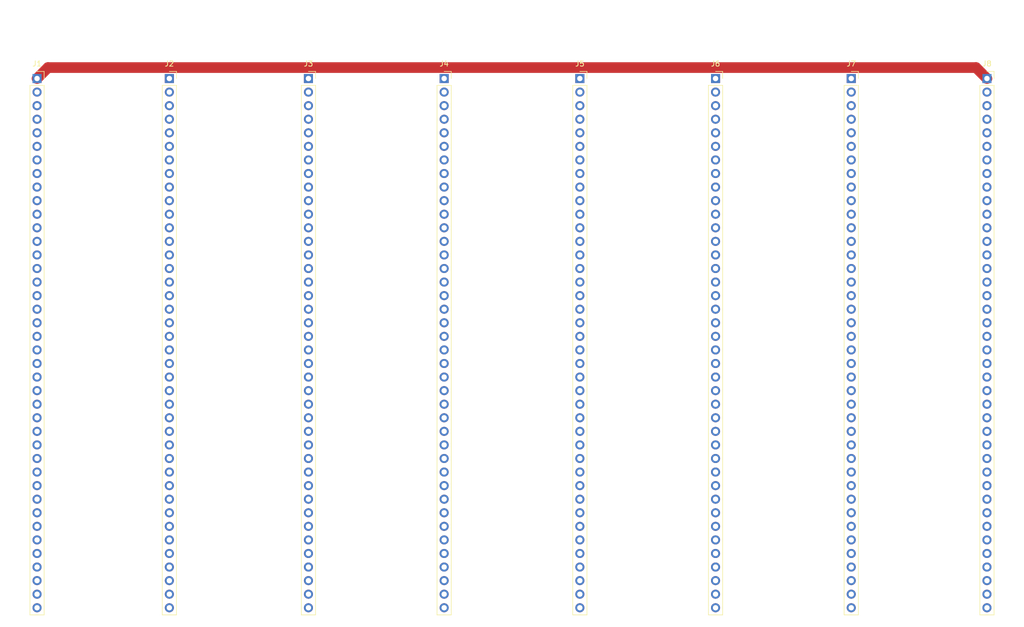
<source format=kicad_pcb>
(kicad_pcb (version 20171130) (host pcbnew 5.1.6)

  (general
    (thickness 1.6)
    (drawings 1)
    (tracks 3)
    (zones 0)
    (modules 8)
    (nets 281)
  )

  (page A4)
  (layers
    (0 F.Cu signal)
    (31 B.Cu signal)
    (32 B.Adhes user)
    (33 F.Adhes user)
    (34 B.Paste user)
    (35 F.Paste user)
    (36 B.SilkS user)
    (37 F.SilkS user)
    (38 B.Mask user)
    (39 F.Mask user)
    (40 Dwgs.User user)
    (41 Cmts.User user)
    (42 Eco1.User user)
    (43 Eco2.User user)
    (44 Edge.Cuts user)
    (45 Margin user)
    (46 B.CrtYd user)
    (47 F.CrtYd user)
    (48 B.Fab user)
    (49 F.Fab user)
  )

  (setup
    (last_trace_width 2)
    (user_trace_width 2)
    (trace_clearance 0.2)
    (zone_clearance 0.508)
    (zone_45_only no)
    (trace_min 0.2)
    (via_size 0.8)
    (via_drill 0.4)
    (via_min_size 0.4)
    (via_min_drill 0.3)
    (uvia_size 0.3)
    (uvia_drill 0.1)
    (uvias_allowed no)
    (uvia_min_size 0.2)
    (uvia_min_drill 0.1)
    (edge_width 0.05)
    (segment_width 0.2)
    (pcb_text_width 0.3)
    (pcb_text_size 1.5 1.5)
    (mod_edge_width 0.12)
    (mod_text_size 1 1)
    (mod_text_width 0.15)
    (pad_size 1.524 1.524)
    (pad_drill 0.762)
    (pad_to_mask_clearance 0.05)
    (aux_axis_origin 0 0)
    (visible_elements FFFFFF7F)
    (pcbplotparams
      (layerselection 0x010fc_ffffffff)
      (usegerberextensions false)
      (usegerberattributes true)
      (usegerberadvancedattributes true)
      (creategerberjobfile true)
      (excludeedgelayer true)
      (linewidth 0.100000)
      (plotframeref false)
      (viasonmask false)
      (mode 1)
      (useauxorigin false)
      (hpglpennumber 1)
      (hpglpenspeed 20)
      (hpglpendiameter 15.000000)
      (psnegative false)
      (psa4output false)
      (plotreference true)
      (plotvalue true)
      (plotinvisibletext false)
      (padsonsilk false)
      (subtractmaskfromsilk false)
      (outputformat 1)
      (mirror false)
      (drillshape 1)
      (scaleselection 1)
      (outputdirectory ""))
  )

  (net 0 "")
  (net 1 "Net-(J1-Pad40)")
  (net 2 "Net-(J1-Pad39)")
  (net 3 "Net-(J1-Pad38)")
  (net 4 "Net-(J1-Pad37)")
  (net 5 "Net-(J1-Pad36)")
  (net 6 "Net-(J1-Pad35)")
  (net 7 "Net-(J1-Pad34)")
  (net 8 "Net-(J1-Pad33)")
  (net 9 "Net-(J1-Pad32)")
  (net 10 "Net-(J1-Pad31)")
  (net 11 "Net-(J1-Pad30)")
  (net 12 "Net-(J1-Pad29)")
  (net 13 "Net-(J1-Pad28)")
  (net 14 "Net-(J1-Pad27)")
  (net 15 "Net-(J1-Pad26)")
  (net 16 "Net-(J1-Pad25)")
  (net 17 "Net-(J1-Pad24)")
  (net 18 "Net-(J1-Pad23)")
  (net 19 "Net-(J1-Pad22)")
  (net 20 "Net-(J1-Pad21)")
  (net 21 "Net-(J1-Pad20)")
  (net 22 "Net-(J1-Pad19)")
  (net 23 "Net-(J1-Pad18)")
  (net 24 "Net-(J1-Pad17)")
  (net 25 "Net-(J1-Pad16)")
  (net 26 "Net-(J1-Pad15)")
  (net 27 "Net-(J1-Pad14)")
  (net 28 "Net-(J1-Pad13)")
  (net 29 "Net-(J1-Pad12)")
  (net 30 "Net-(J1-Pad11)")
  (net 31 "Net-(J1-Pad10)")
  (net 32 "Net-(J1-Pad9)")
  (net 33 "Net-(J1-Pad8)")
  (net 34 "Net-(J1-Pad7)")
  (net 35 "Net-(J1-Pad6)")
  (net 36 "Net-(J1-Pad5)")
  (net 37 "Net-(J1-Pad4)")
  (net 38 "Net-(J1-Pad3)")
  (net 39 "Net-(J1-Pad2)")
  (net 40 "Net-(J1-Pad1)")
  (net 41 "Net-(J2-Pad40)")
  (net 42 "Net-(J2-Pad39)")
  (net 43 "Net-(J2-Pad38)")
  (net 44 "Net-(J2-Pad37)")
  (net 45 "Net-(J2-Pad36)")
  (net 46 "Net-(J2-Pad35)")
  (net 47 "Net-(J2-Pad34)")
  (net 48 "Net-(J2-Pad33)")
  (net 49 "Net-(J2-Pad32)")
  (net 50 "Net-(J2-Pad31)")
  (net 51 "Net-(J2-Pad30)")
  (net 52 "Net-(J2-Pad29)")
  (net 53 "Net-(J2-Pad28)")
  (net 54 "Net-(J2-Pad27)")
  (net 55 "Net-(J2-Pad26)")
  (net 56 "Net-(J2-Pad25)")
  (net 57 "Net-(J2-Pad24)")
  (net 58 "Net-(J2-Pad23)")
  (net 59 "Net-(J2-Pad22)")
  (net 60 "Net-(J2-Pad21)")
  (net 61 "Net-(J2-Pad20)")
  (net 62 "Net-(J2-Pad19)")
  (net 63 "Net-(J2-Pad18)")
  (net 64 "Net-(J2-Pad17)")
  (net 65 "Net-(J2-Pad16)")
  (net 66 "Net-(J2-Pad15)")
  (net 67 "Net-(J2-Pad14)")
  (net 68 "Net-(J2-Pad13)")
  (net 69 "Net-(J2-Pad12)")
  (net 70 "Net-(J2-Pad11)")
  (net 71 "Net-(J2-Pad10)")
  (net 72 "Net-(J2-Pad9)")
  (net 73 "Net-(J2-Pad8)")
  (net 74 "Net-(J2-Pad7)")
  (net 75 "Net-(J2-Pad6)")
  (net 76 "Net-(J2-Pad5)")
  (net 77 "Net-(J2-Pad4)")
  (net 78 "Net-(J2-Pad3)")
  (net 79 "Net-(J2-Pad2)")
  (net 80 "Net-(J2-Pad1)")
  (net 81 "Net-(J3-Pad40)")
  (net 82 "Net-(J3-Pad39)")
  (net 83 "Net-(J3-Pad38)")
  (net 84 "Net-(J3-Pad37)")
  (net 85 "Net-(J3-Pad36)")
  (net 86 "Net-(J3-Pad35)")
  (net 87 "Net-(J3-Pad34)")
  (net 88 "Net-(J3-Pad33)")
  (net 89 "Net-(J3-Pad32)")
  (net 90 "Net-(J3-Pad31)")
  (net 91 "Net-(J3-Pad30)")
  (net 92 "Net-(J3-Pad29)")
  (net 93 "Net-(J3-Pad28)")
  (net 94 "Net-(J3-Pad27)")
  (net 95 "Net-(J3-Pad26)")
  (net 96 "Net-(J3-Pad25)")
  (net 97 "Net-(J3-Pad24)")
  (net 98 "Net-(J3-Pad23)")
  (net 99 "Net-(J3-Pad22)")
  (net 100 "Net-(J3-Pad21)")
  (net 101 "Net-(J3-Pad20)")
  (net 102 "Net-(J3-Pad19)")
  (net 103 "Net-(J3-Pad18)")
  (net 104 "Net-(J3-Pad17)")
  (net 105 "Net-(J3-Pad16)")
  (net 106 "Net-(J3-Pad15)")
  (net 107 "Net-(J3-Pad14)")
  (net 108 "Net-(J3-Pad13)")
  (net 109 "Net-(J3-Pad12)")
  (net 110 "Net-(J3-Pad11)")
  (net 111 "Net-(J3-Pad10)")
  (net 112 "Net-(J3-Pad9)")
  (net 113 "Net-(J3-Pad8)")
  (net 114 "Net-(J3-Pad7)")
  (net 115 "Net-(J3-Pad6)")
  (net 116 "Net-(J3-Pad5)")
  (net 117 "Net-(J3-Pad4)")
  (net 118 "Net-(J3-Pad3)")
  (net 119 "Net-(J3-Pad2)")
  (net 120 "Net-(J3-Pad1)")
  (net 121 "Net-(J4-Pad40)")
  (net 122 "Net-(J4-Pad39)")
  (net 123 "Net-(J4-Pad38)")
  (net 124 "Net-(J4-Pad37)")
  (net 125 "Net-(J4-Pad36)")
  (net 126 "Net-(J4-Pad35)")
  (net 127 "Net-(J4-Pad34)")
  (net 128 "Net-(J4-Pad33)")
  (net 129 "Net-(J4-Pad32)")
  (net 130 "Net-(J4-Pad31)")
  (net 131 "Net-(J4-Pad30)")
  (net 132 "Net-(J4-Pad29)")
  (net 133 "Net-(J4-Pad28)")
  (net 134 "Net-(J4-Pad27)")
  (net 135 "Net-(J4-Pad26)")
  (net 136 "Net-(J4-Pad25)")
  (net 137 "Net-(J4-Pad24)")
  (net 138 "Net-(J4-Pad23)")
  (net 139 "Net-(J4-Pad22)")
  (net 140 "Net-(J4-Pad21)")
  (net 141 "Net-(J4-Pad20)")
  (net 142 "Net-(J4-Pad19)")
  (net 143 "Net-(J4-Pad18)")
  (net 144 "Net-(J4-Pad17)")
  (net 145 "Net-(J4-Pad16)")
  (net 146 "Net-(J4-Pad15)")
  (net 147 "Net-(J4-Pad14)")
  (net 148 "Net-(J4-Pad13)")
  (net 149 "Net-(J4-Pad12)")
  (net 150 "Net-(J4-Pad11)")
  (net 151 "Net-(J4-Pad10)")
  (net 152 "Net-(J4-Pad9)")
  (net 153 "Net-(J4-Pad8)")
  (net 154 "Net-(J4-Pad7)")
  (net 155 "Net-(J4-Pad6)")
  (net 156 "Net-(J4-Pad5)")
  (net 157 "Net-(J4-Pad4)")
  (net 158 "Net-(J4-Pad3)")
  (net 159 "Net-(J4-Pad2)")
  (net 160 "Net-(J4-Pad1)")
  (net 161 "Net-(J5-Pad40)")
  (net 162 "Net-(J5-Pad39)")
  (net 163 "Net-(J5-Pad38)")
  (net 164 "Net-(J5-Pad37)")
  (net 165 "Net-(J5-Pad36)")
  (net 166 "Net-(J5-Pad35)")
  (net 167 "Net-(J5-Pad34)")
  (net 168 "Net-(J5-Pad33)")
  (net 169 "Net-(J5-Pad32)")
  (net 170 "Net-(J5-Pad31)")
  (net 171 "Net-(J5-Pad30)")
  (net 172 "Net-(J5-Pad29)")
  (net 173 "Net-(J5-Pad28)")
  (net 174 "Net-(J5-Pad27)")
  (net 175 "Net-(J5-Pad26)")
  (net 176 "Net-(J5-Pad25)")
  (net 177 "Net-(J5-Pad24)")
  (net 178 "Net-(J5-Pad23)")
  (net 179 "Net-(J5-Pad22)")
  (net 180 "Net-(J5-Pad21)")
  (net 181 "Net-(J5-Pad20)")
  (net 182 "Net-(J5-Pad19)")
  (net 183 "Net-(J5-Pad18)")
  (net 184 "Net-(J5-Pad17)")
  (net 185 "Net-(J5-Pad16)")
  (net 186 "Net-(J5-Pad15)")
  (net 187 "Net-(J5-Pad14)")
  (net 188 "Net-(J5-Pad13)")
  (net 189 "Net-(J5-Pad12)")
  (net 190 "Net-(J5-Pad11)")
  (net 191 "Net-(J5-Pad10)")
  (net 192 "Net-(J5-Pad9)")
  (net 193 "Net-(J5-Pad8)")
  (net 194 "Net-(J5-Pad7)")
  (net 195 "Net-(J5-Pad6)")
  (net 196 "Net-(J5-Pad5)")
  (net 197 "Net-(J5-Pad4)")
  (net 198 "Net-(J5-Pad3)")
  (net 199 "Net-(J5-Pad2)")
  (net 200 "Net-(J5-Pad1)")
  (net 201 "Net-(J6-Pad40)")
  (net 202 "Net-(J6-Pad39)")
  (net 203 "Net-(J6-Pad38)")
  (net 204 "Net-(J6-Pad37)")
  (net 205 "Net-(J6-Pad36)")
  (net 206 "Net-(J6-Pad35)")
  (net 207 "Net-(J6-Pad34)")
  (net 208 "Net-(J6-Pad33)")
  (net 209 "Net-(J6-Pad32)")
  (net 210 "Net-(J6-Pad31)")
  (net 211 "Net-(J6-Pad30)")
  (net 212 "Net-(J6-Pad29)")
  (net 213 "Net-(J6-Pad28)")
  (net 214 "Net-(J6-Pad27)")
  (net 215 "Net-(J6-Pad26)")
  (net 216 "Net-(J6-Pad25)")
  (net 217 "Net-(J6-Pad24)")
  (net 218 "Net-(J6-Pad23)")
  (net 219 "Net-(J6-Pad22)")
  (net 220 "Net-(J6-Pad21)")
  (net 221 "Net-(J6-Pad20)")
  (net 222 "Net-(J6-Pad19)")
  (net 223 "Net-(J6-Pad18)")
  (net 224 "Net-(J6-Pad17)")
  (net 225 "Net-(J6-Pad16)")
  (net 226 "Net-(J6-Pad15)")
  (net 227 "Net-(J6-Pad14)")
  (net 228 "Net-(J6-Pad13)")
  (net 229 "Net-(J6-Pad12)")
  (net 230 "Net-(J6-Pad11)")
  (net 231 "Net-(J6-Pad10)")
  (net 232 "Net-(J6-Pad9)")
  (net 233 "Net-(J6-Pad8)")
  (net 234 "Net-(J6-Pad7)")
  (net 235 "Net-(J6-Pad6)")
  (net 236 "Net-(J6-Pad5)")
  (net 237 "Net-(J6-Pad4)")
  (net 238 "Net-(J6-Pad3)")
  (net 239 "Net-(J6-Pad2)")
  (net 240 "Net-(J6-Pad1)")
  (net 241 "Net-(J7-Pad40)")
  (net 242 "Net-(J7-Pad39)")
  (net 243 "Net-(J7-Pad38)")
  (net 244 "Net-(J7-Pad37)")
  (net 245 "Net-(J7-Pad36)")
  (net 246 "Net-(J7-Pad35)")
  (net 247 "Net-(J7-Pad34)")
  (net 248 "Net-(J7-Pad33)")
  (net 249 "Net-(J7-Pad32)")
  (net 250 "Net-(J7-Pad31)")
  (net 251 "Net-(J7-Pad30)")
  (net 252 "Net-(J7-Pad29)")
  (net 253 "Net-(J7-Pad28)")
  (net 254 "Net-(J7-Pad27)")
  (net 255 "Net-(J7-Pad26)")
  (net 256 "Net-(J7-Pad25)")
  (net 257 "Net-(J7-Pad24)")
  (net 258 "Net-(J7-Pad23)")
  (net 259 "Net-(J7-Pad22)")
  (net 260 "Net-(J7-Pad21)")
  (net 261 "Net-(J7-Pad20)")
  (net 262 "Net-(J7-Pad19)")
  (net 263 "Net-(J7-Pad18)")
  (net 264 "Net-(J7-Pad17)")
  (net 265 "Net-(J7-Pad16)")
  (net 266 "Net-(J7-Pad15)")
  (net 267 "Net-(J7-Pad14)")
  (net 268 "Net-(J7-Pad13)")
  (net 269 "Net-(J7-Pad12)")
  (net 270 "Net-(J7-Pad11)")
  (net 271 "Net-(J7-Pad10)")
  (net 272 "Net-(J7-Pad9)")
  (net 273 "Net-(J7-Pad8)")
  (net 274 "Net-(J7-Pad7)")
  (net 275 "Net-(J7-Pad6)")
  (net 276 "Net-(J7-Pad5)")
  (net 277 "Net-(J7-Pad4)")
  (net 278 "Net-(J7-Pad3)")
  (net 279 "Net-(J7-Pad2)")
  (net 280 "Net-(J7-Pad1)")

  (net_class Default "This is the default net class."
    (clearance 0.2)
    (trace_width 0.25)
    (via_dia 0.8)
    (via_drill 0.4)
    (uvia_dia 0.3)
    (uvia_drill 0.1)
    (add_net "Net-(J1-Pad1)")
    (add_net "Net-(J1-Pad10)")
    (add_net "Net-(J1-Pad11)")
    (add_net "Net-(J1-Pad12)")
    (add_net "Net-(J1-Pad13)")
    (add_net "Net-(J1-Pad14)")
    (add_net "Net-(J1-Pad15)")
    (add_net "Net-(J1-Pad16)")
    (add_net "Net-(J1-Pad17)")
    (add_net "Net-(J1-Pad18)")
    (add_net "Net-(J1-Pad19)")
    (add_net "Net-(J1-Pad2)")
    (add_net "Net-(J1-Pad20)")
    (add_net "Net-(J1-Pad21)")
    (add_net "Net-(J1-Pad22)")
    (add_net "Net-(J1-Pad23)")
    (add_net "Net-(J1-Pad24)")
    (add_net "Net-(J1-Pad25)")
    (add_net "Net-(J1-Pad26)")
    (add_net "Net-(J1-Pad27)")
    (add_net "Net-(J1-Pad28)")
    (add_net "Net-(J1-Pad29)")
    (add_net "Net-(J1-Pad3)")
    (add_net "Net-(J1-Pad30)")
    (add_net "Net-(J1-Pad31)")
    (add_net "Net-(J1-Pad32)")
    (add_net "Net-(J1-Pad33)")
    (add_net "Net-(J1-Pad34)")
    (add_net "Net-(J1-Pad35)")
    (add_net "Net-(J1-Pad36)")
    (add_net "Net-(J1-Pad37)")
    (add_net "Net-(J1-Pad38)")
    (add_net "Net-(J1-Pad39)")
    (add_net "Net-(J1-Pad4)")
    (add_net "Net-(J1-Pad40)")
    (add_net "Net-(J1-Pad5)")
    (add_net "Net-(J1-Pad6)")
    (add_net "Net-(J1-Pad7)")
    (add_net "Net-(J1-Pad8)")
    (add_net "Net-(J1-Pad9)")
    (add_net "Net-(J2-Pad1)")
    (add_net "Net-(J2-Pad10)")
    (add_net "Net-(J2-Pad11)")
    (add_net "Net-(J2-Pad12)")
    (add_net "Net-(J2-Pad13)")
    (add_net "Net-(J2-Pad14)")
    (add_net "Net-(J2-Pad15)")
    (add_net "Net-(J2-Pad16)")
    (add_net "Net-(J2-Pad17)")
    (add_net "Net-(J2-Pad18)")
    (add_net "Net-(J2-Pad19)")
    (add_net "Net-(J2-Pad2)")
    (add_net "Net-(J2-Pad20)")
    (add_net "Net-(J2-Pad21)")
    (add_net "Net-(J2-Pad22)")
    (add_net "Net-(J2-Pad23)")
    (add_net "Net-(J2-Pad24)")
    (add_net "Net-(J2-Pad25)")
    (add_net "Net-(J2-Pad26)")
    (add_net "Net-(J2-Pad27)")
    (add_net "Net-(J2-Pad28)")
    (add_net "Net-(J2-Pad29)")
    (add_net "Net-(J2-Pad3)")
    (add_net "Net-(J2-Pad30)")
    (add_net "Net-(J2-Pad31)")
    (add_net "Net-(J2-Pad32)")
    (add_net "Net-(J2-Pad33)")
    (add_net "Net-(J2-Pad34)")
    (add_net "Net-(J2-Pad35)")
    (add_net "Net-(J2-Pad36)")
    (add_net "Net-(J2-Pad37)")
    (add_net "Net-(J2-Pad38)")
    (add_net "Net-(J2-Pad39)")
    (add_net "Net-(J2-Pad4)")
    (add_net "Net-(J2-Pad40)")
    (add_net "Net-(J2-Pad5)")
    (add_net "Net-(J2-Pad6)")
    (add_net "Net-(J2-Pad7)")
    (add_net "Net-(J2-Pad8)")
    (add_net "Net-(J2-Pad9)")
    (add_net "Net-(J3-Pad1)")
    (add_net "Net-(J3-Pad10)")
    (add_net "Net-(J3-Pad11)")
    (add_net "Net-(J3-Pad12)")
    (add_net "Net-(J3-Pad13)")
    (add_net "Net-(J3-Pad14)")
    (add_net "Net-(J3-Pad15)")
    (add_net "Net-(J3-Pad16)")
    (add_net "Net-(J3-Pad17)")
    (add_net "Net-(J3-Pad18)")
    (add_net "Net-(J3-Pad19)")
    (add_net "Net-(J3-Pad2)")
    (add_net "Net-(J3-Pad20)")
    (add_net "Net-(J3-Pad21)")
    (add_net "Net-(J3-Pad22)")
    (add_net "Net-(J3-Pad23)")
    (add_net "Net-(J3-Pad24)")
    (add_net "Net-(J3-Pad25)")
    (add_net "Net-(J3-Pad26)")
    (add_net "Net-(J3-Pad27)")
    (add_net "Net-(J3-Pad28)")
    (add_net "Net-(J3-Pad29)")
    (add_net "Net-(J3-Pad3)")
    (add_net "Net-(J3-Pad30)")
    (add_net "Net-(J3-Pad31)")
    (add_net "Net-(J3-Pad32)")
    (add_net "Net-(J3-Pad33)")
    (add_net "Net-(J3-Pad34)")
    (add_net "Net-(J3-Pad35)")
    (add_net "Net-(J3-Pad36)")
    (add_net "Net-(J3-Pad37)")
    (add_net "Net-(J3-Pad38)")
    (add_net "Net-(J3-Pad39)")
    (add_net "Net-(J3-Pad4)")
    (add_net "Net-(J3-Pad40)")
    (add_net "Net-(J3-Pad5)")
    (add_net "Net-(J3-Pad6)")
    (add_net "Net-(J3-Pad7)")
    (add_net "Net-(J3-Pad8)")
    (add_net "Net-(J3-Pad9)")
    (add_net "Net-(J4-Pad1)")
    (add_net "Net-(J4-Pad10)")
    (add_net "Net-(J4-Pad11)")
    (add_net "Net-(J4-Pad12)")
    (add_net "Net-(J4-Pad13)")
    (add_net "Net-(J4-Pad14)")
    (add_net "Net-(J4-Pad15)")
    (add_net "Net-(J4-Pad16)")
    (add_net "Net-(J4-Pad17)")
    (add_net "Net-(J4-Pad18)")
    (add_net "Net-(J4-Pad19)")
    (add_net "Net-(J4-Pad2)")
    (add_net "Net-(J4-Pad20)")
    (add_net "Net-(J4-Pad21)")
    (add_net "Net-(J4-Pad22)")
    (add_net "Net-(J4-Pad23)")
    (add_net "Net-(J4-Pad24)")
    (add_net "Net-(J4-Pad25)")
    (add_net "Net-(J4-Pad26)")
    (add_net "Net-(J4-Pad27)")
    (add_net "Net-(J4-Pad28)")
    (add_net "Net-(J4-Pad29)")
    (add_net "Net-(J4-Pad3)")
    (add_net "Net-(J4-Pad30)")
    (add_net "Net-(J4-Pad31)")
    (add_net "Net-(J4-Pad32)")
    (add_net "Net-(J4-Pad33)")
    (add_net "Net-(J4-Pad34)")
    (add_net "Net-(J4-Pad35)")
    (add_net "Net-(J4-Pad36)")
    (add_net "Net-(J4-Pad37)")
    (add_net "Net-(J4-Pad38)")
    (add_net "Net-(J4-Pad39)")
    (add_net "Net-(J4-Pad4)")
    (add_net "Net-(J4-Pad40)")
    (add_net "Net-(J4-Pad5)")
    (add_net "Net-(J4-Pad6)")
    (add_net "Net-(J4-Pad7)")
    (add_net "Net-(J4-Pad8)")
    (add_net "Net-(J4-Pad9)")
    (add_net "Net-(J5-Pad1)")
    (add_net "Net-(J5-Pad10)")
    (add_net "Net-(J5-Pad11)")
    (add_net "Net-(J5-Pad12)")
    (add_net "Net-(J5-Pad13)")
    (add_net "Net-(J5-Pad14)")
    (add_net "Net-(J5-Pad15)")
    (add_net "Net-(J5-Pad16)")
    (add_net "Net-(J5-Pad17)")
    (add_net "Net-(J5-Pad18)")
    (add_net "Net-(J5-Pad19)")
    (add_net "Net-(J5-Pad2)")
    (add_net "Net-(J5-Pad20)")
    (add_net "Net-(J5-Pad21)")
    (add_net "Net-(J5-Pad22)")
    (add_net "Net-(J5-Pad23)")
    (add_net "Net-(J5-Pad24)")
    (add_net "Net-(J5-Pad25)")
    (add_net "Net-(J5-Pad26)")
    (add_net "Net-(J5-Pad27)")
    (add_net "Net-(J5-Pad28)")
    (add_net "Net-(J5-Pad29)")
    (add_net "Net-(J5-Pad3)")
    (add_net "Net-(J5-Pad30)")
    (add_net "Net-(J5-Pad31)")
    (add_net "Net-(J5-Pad32)")
    (add_net "Net-(J5-Pad33)")
    (add_net "Net-(J5-Pad34)")
    (add_net "Net-(J5-Pad35)")
    (add_net "Net-(J5-Pad36)")
    (add_net "Net-(J5-Pad37)")
    (add_net "Net-(J5-Pad38)")
    (add_net "Net-(J5-Pad39)")
    (add_net "Net-(J5-Pad4)")
    (add_net "Net-(J5-Pad40)")
    (add_net "Net-(J5-Pad5)")
    (add_net "Net-(J5-Pad6)")
    (add_net "Net-(J5-Pad7)")
    (add_net "Net-(J5-Pad8)")
    (add_net "Net-(J5-Pad9)")
    (add_net "Net-(J6-Pad1)")
    (add_net "Net-(J6-Pad10)")
    (add_net "Net-(J6-Pad11)")
    (add_net "Net-(J6-Pad12)")
    (add_net "Net-(J6-Pad13)")
    (add_net "Net-(J6-Pad14)")
    (add_net "Net-(J6-Pad15)")
    (add_net "Net-(J6-Pad16)")
    (add_net "Net-(J6-Pad17)")
    (add_net "Net-(J6-Pad18)")
    (add_net "Net-(J6-Pad19)")
    (add_net "Net-(J6-Pad2)")
    (add_net "Net-(J6-Pad20)")
    (add_net "Net-(J6-Pad21)")
    (add_net "Net-(J6-Pad22)")
    (add_net "Net-(J6-Pad23)")
    (add_net "Net-(J6-Pad24)")
    (add_net "Net-(J6-Pad25)")
    (add_net "Net-(J6-Pad26)")
    (add_net "Net-(J6-Pad27)")
    (add_net "Net-(J6-Pad28)")
    (add_net "Net-(J6-Pad29)")
    (add_net "Net-(J6-Pad3)")
    (add_net "Net-(J6-Pad30)")
    (add_net "Net-(J6-Pad31)")
    (add_net "Net-(J6-Pad32)")
    (add_net "Net-(J6-Pad33)")
    (add_net "Net-(J6-Pad34)")
    (add_net "Net-(J6-Pad35)")
    (add_net "Net-(J6-Pad36)")
    (add_net "Net-(J6-Pad37)")
    (add_net "Net-(J6-Pad38)")
    (add_net "Net-(J6-Pad39)")
    (add_net "Net-(J6-Pad4)")
    (add_net "Net-(J6-Pad40)")
    (add_net "Net-(J6-Pad5)")
    (add_net "Net-(J6-Pad6)")
    (add_net "Net-(J6-Pad7)")
    (add_net "Net-(J6-Pad8)")
    (add_net "Net-(J6-Pad9)")
    (add_net "Net-(J7-Pad1)")
    (add_net "Net-(J7-Pad10)")
    (add_net "Net-(J7-Pad11)")
    (add_net "Net-(J7-Pad12)")
    (add_net "Net-(J7-Pad13)")
    (add_net "Net-(J7-Pad14)")
    (add_net "Net-(J7-Pad15)")
    (add_net "Net-(J7-Pad16)")
    (add_net "Net-(J7-Pad17)")
    (add_net "Net-(J7-Pad18)")
    (add_net "Net-(J7-Pad19)")
    (add_net "Net-(J7-Pad2)")
    (add_net "Net-(J7-Pad20)")
    (add_net "Net-(J7-Pad21)")
    (add_net "Net-(J7-Pad22)")
    (add_net "Net-(J7-Pad23)")
    (add_net "Net-(J7-Pad24)")
    (add_net "Net-(J7-Pad25)")
    (add_net "Net-(J7-Pad26)")
    (add_net "Net-(J7-Pad27)")
    (add_net "Net-(J7-Pad28)")
    (add_net "Net-(J7-Pad29)")
    (add_net "Net-(J7-Pad3)")
    (add_net "Net-(J7-Pad30)")
    (add_net "Net-(J7-Pad31)")
    (add_net "Net-(J7-Pad32)")
    (add_net "Net-(J7-Pad33)")
    (add_net "Net-(J7-Pad34)")
    (add_net "Net-(J7-Pad35)")
    (add_net "Net-(J7-Pad36)")
    (add_net "Net-(J7-Pad37)")
    (add_net "Net-(J7-Pad38)")
    (add_net "Net-(J7-Pad39)")
    (add_net "Net-(J7-Pad4)")
    (add_net "Net-(J7-Pad40)")
    (add_net "Net-(J7-Pad5)")
    (add_net "Net-(J7-Pad6)")
    (add_net "Net-(J7-Pad7)")
    (add_net "Net-(J7-Pad8)")
    (add_net "Net-(J7-Pad9)")
  )

  (module Connector_PinSocket_2.54mm:PinSocket_1x40_P2.54mm_Vertical (layer F.Cu) (tedit 5A19A42B) (tstamp 5F8925A8)
    (at 228.6 60.96)
    (descr "Through hole straight socket strip, 1x40, 2.54mm pitch, single row (from Kicad 4.0.7), script generated")
    (tags "Through hole socket strip THT 1x40 2.54mm single row")
    (path /5F9255F7)
    (fp_text reference J8 (at 0 -2.77) (layer F.SilkS)
      (effects (font (size 1 1) (thickness 0.15)))
    )
    (fp_text value backplane-socket (at 0 101.83) (layer F.Fab)
      (effects (font (size 1 1) (thickness 0.15)))
    )
    (fp_text user %R (at 0 49.53 90) (layer F.Fab)
      (effects (font (size 1 1) (thickness 0.15)))
    )
    (fp_line (start -1.27 -1.27) (end 0.635 -1.27) (layer F.Fab) (width 0.1))
    (fp_line (start 0.635 -1.27) (end 1.27 -0.635) (layer F.Fab) (width 0.1))
    (fp_line (start 1.27 -0.635) (end 1.27 100.33) (layer F.Fab) (width 0.1))
    (fp_line (start 1.27 100.33) (end -1.27 100.33) (layer F.Fab) (width 0.1))
    (fp_line (start -1.27 100.33) (end -1.27 -1.27) (layer F.Fab) (width 0.1))
    (fp_line (start -1.33 1.27) (end 1.33 1.27) (layer F.SilkS) (width 0.12))
    (fp_line (start -1.33 1.27) (end -1.33 100.39) (layer F.SilkS) (width 0.12))
    (fp_line (start -1.33 100.39) (end 1.33 100.39) (layer F.SilkS) (width 0.12))
    (fp_line (start 1.33 1.27) (end 1.33 100.39) (layer F.SilkS) (width 0.12))
    (fp_line (start 1.33 -1.33) (end 1.33 0) (layer F.SilkS) (width 0.12))
    (fp_line (start 0 -1.33) (end 1.33 -1.33) (layer F.SilkS) (width 0.12))
    (fp_line (start -1.8 -1.8) (end 1.75 -1.8) (layer F.CrtYd) (width 0.05))
    (fp_line (start 1.75 -1.8) (end 1.75 100.8) (layer F.CrtYd) (width 0.05))
    (fp_line (start 1.75 100.8) (end -1.8 100.8) (layer F.CrtYd) (width 0.05))
    (fp_line (start -1.8 100.8) (end -1.8 -1.8) (layer F.CrtYd) (width 0.05))
    (pad 40 thru_hole oval (at 0 99.06) (size 1.7 1.7) (drill 1) (layers *.Cu *.Mask)
      (net 1 "Net-(J1-Pad40)"))
    (pad 39 thru_hole oval (at 0 96.52) (size 1.7 1.7) (drill 1) (layers *.Cu *.Mask)
      (net 2 "Net-(J1-Pad39)"))
    (pad 38 thru_hole oval (at 0 93.98) (size 1.7 1.7) (drill 1) (layers *.Cu *.Mask)
      (net 3 "Net-(J1-Pad38)"))
    (pad 37 thru_hole oval (at 0 91.44) (size 1.7 1.7) (drill 1) (layers *.Cu *.Mask)
      (net 4 "Net-(J1-Pad37)"))
    (pad 36 thru_hole oval (at 0 88.9) (size 1.7 1.7) (drill 1) (layers *.Cu *.Mask)
      (net 5 "Net-(J1-Pad36)"))
    (pad 35 thru_hole oval (at 0 86.36) (size 1.7 1.7) (drill 1) (layers *.Cu *.Mask)
      (net 6 "Net-(J1-Pad35)"))
    (pad 34 thru_hole oval (at 0 83.82) (size 1.7 1.7) (drill 1) (layers *.Cu *.Mask)
      (net 7 "Net-(J1-Pad34)"))
    (pad 33 thru_hole oval (at 0 81.28) (size 1.7 1.7) (drill 1) (layers *.Cu *.Mask)
      (net 8 "Net-(J1-Pad33)"))
    (pad 32 thru_hole oval (at 0 78.74) (size 1.7 1.7) (drill 1) (layers *.Cu *.Mask)
      (net 9 "Net-(J1-Pad32)"))
    (pad 31 thru_hole oval (at 0 76.2) (size 1.7 1.7) (drill 1) (layers *.Cu *.Mask)
      (net 10 "Net-(J1-Pad31)"))
    (pad 30 thru_hole oval (at 0 73.66) (size 1.7 1.7) (drill 1) (layers *.Cu *.Mask)
      (net 11 "Net-(J1-Pad30)"))
    (pad 29 thru_hole oval (at 0 71.12) (size 1.7 1.7) (drill 1) (layers *.Cu *.Mask)
      (net 12 "Net-(J1-Pad29)"))
    (pad 28 thru_hole oval (at 0 68.58) (size 1.7 1.7) (drill 1) (layers *.Cu *.Mask)
      (net 13 "Net-(J1-Pad28)"))
    (pad 27 thru_hole oval (at 0 66.04) (size 1.7 1.7) (drill 1) (layers *.Cu *.Mask)
      (net 14 "Net-(J1-Pad27)"))
    (pad 26 thru_hole oval (at 0 63.5) (size 1.7 1.7) (drill 1) (layers *.Cu *.Mask)
      (net 15 "Net-(J1-Pad26)"))
    (pad 25 thru_hole oval (at 0 60.96) (size 1.7 1.7) (drill 1) (layers *.Cu *.Mask)
      (net 16 "Net-(J1-Pad25)"))
    (pad 24 thru_hole oval (at 0 58.42) (size 1.7 1.7) (drill 1) (layers *.Cu *.Mask)
      (net 17 "Net-(J1-Pad24)"))
    (pad 23 thru_hole oval (at 0 55.88) (size 1.7 1.7) (drill 1) (layers *.Cu *.Mask)
      (net 18 "Net-(J1-Pad23)"))
    (pad 22 thru_hole oval (at 0 53.34) (size 1.7 1.7) (drill 1) (layers *.Cu *.Mask)
      (net 19 "Net-(J1-Pad22)"))
    (pad 21 thru_hole oval (at 0 50.8) (size 1.7 1.7) (drill 1) (layers *.Cu *.Mask)
      (net 20 "Net-(J1-Pad21)"))
    (pad 20 thru_hole oval (at 0 48.26) (size 1.7 1.7) (drill 1) (layers *.Cu *.Mask)
      (net 21 "Net-(J1-Pad20)"))
    (pad 19 thru_hole oval (at 0 45.72) (size 1.7 1.7) (drill 1) (layers *.Cu *.Mask)
      (net 22 "Net-(J1-Pad19)"))
    (pad 18 thru_hole oval (at 0 43.18) (size 1.7 1.7) (drill 1) (layers *.Cu *.Mask)
      (net 23 "Net-(J1-Pad18)"))
    (pad 17 thru_hole oval (at 0 40.64) (size 1.7 1.7) (drill 1) (layers *.Cu *.Mask)
      (net 24 "Net-(J1-Pad17)"))
    (pad 16 thru_hole oval (at 0 38.1) (size 1.7 1.7) (drill 1) (layers *.Cu *.Mask)
      (net 25 "Net-(J1-Pad16)"))
    (pad 15 thru_hole oval (at 0 35.56) (size 1.7 1.7) (drill 1) (layers *.Cu *.Mask)
      (net 26 "Net-(J1-Pad15)"))
    (pad 14 thru_hole oval (at 0 33.02) (size 1.7 1.7) (drill 1) (layers *.Cu *.Mask)
      (net 27 "Net-(J1-Pad14)"))
    (pad 13 thru_hole oval (at 0 30.48) (size 1.7 1.7) (drill 1) (layers *.Cu *.Mask)
      (net 28 "Net-(J1-Pad13)"))
    (pad 12 thru_hole oval (at 0 27.94) (size 1.7 1.7) (drill 1) (layers *.Cu *.Mask)
      (net 29 "Net-(J1-Pad12)"))
    (pad 11 thru_hole oval (at 0 25.4) (size 1.7 1.7) (drill 1) (layers *.Cu *.Mask)
      (net 30 "Net-(J1-Pad11)"))
    (pad 10 thru_hole oval (at 0 22.86) (size 1.7 1.7) (drill 1) (layers *.Cu *.Mask)
      (net 31 "Net-(J1-Pad10)"))
    (pad 9 thru_hole oval (at 0 20.32) (size 1.7 1.7) (drill 1) (layers *.Cu *.Mask)
      (net 32 "Net-(J1-Pad9)"))
    (pad 8 thru_hole oval (at 0 17.78) (size 1.7 1.7) (drill 1) (layers *.Cu *.Mask)
      (net 33 "Net-(J1-Pad8)"))
    (pad 7 thru_hole oval (at 0 15.24) (size 1.7 1.7) (drill 1) (layers *.Cu *.Mask)
      (net 34 "Net-(J1-Pad7)"))
    (pad 6 thru_hole oval (at 0 12.7) (size 1.7 1.7) (drill 1) (layers *.Cu *.Mask)
      (net 35 "Net-(J1-Pad6)"))
    (pad 5 thru_hole oval (at 0 10.16) (size 1.7 1.7) (drill 1) (layers *.Cu *.Mask)
      (net 36 "Net-(J1-Pad5)"))
    (pad 4 thru_hole oval (at 0 7.62) (size 1.7 1.7) (drill 1) (layers *.Cu *.Mask)
      (net 37 "Net-(J1-Pad4)"))
    (pad 3 thru_hole oval (at 0 5.08) (size 1.7 1.7) (drill 1) (layers *.Cu *.Mask)
      (net 38 "Net-(J1-Pad3)"))
    (pad 2 thru_hole oval (at 0 2.54) (size 1.7 1.7) (drill 1) (layers *.Cu *.Mask)
      (net 39 "Net-(J1-Pad2)"))
    (pad 1 thru_hole rect (at 0 0) (size 1.7 1.7) (drill 1) (layers *.Cu *.Mask)
      (net 40 "Net-(J1-Pad1)"))
    (model ${KISYS3DMOD}/Connector_PinSocket_2.54mm.3dshapes/PinSocket_1x40_P2.54mm_Vertical.wrl
      (at (xyz 0 0 0))
      (scale (xyz 1 1 1))
      (rotate (xyz 0 0 0))
    )
  )

  (module Connector_PinSocket_2.54mm:PinSocket_1x40_P2.54mm_Vertical (layer F.Cu) (tedit 5A19A42B) (tstamp 5F89256C)
    (at 203.2 60.96)
    (descr "Through hole straight socket strip, 1x40, 2.54mm pitch, single row (from Kicad 4.0.7), script generated")
    (tags "Through hole socket strip THT 1x40 2.54mm single row")
    (path /5F918BE5)
    (fp_text reference J7 (at 0 -2.77) (layer F.SilkS)
      (effects (font (size 1 1) (thickness 0.15)))
    )
    (fp_text value backplane-socket (at 0 101.83) (layer F.Fab)
      (effects (font (size 1 1) (thickness 0.15)))
    )
    (fp_text user %R (at 0 49.53 90) (layer F.Fab)
      (effects (font (size 1 1) (thickness 0.15)))
    )
    (fp_line (start -1.27 -1.27) (end 0.635 -1.27) (layer F.Fab) (width 0.1))
    (fp_line (start 0.635 -1.27) (end 1.27 -0.635) (layer F.Fab) (width 0.1))
    (fp_line (start 1.27 -0.635) (end 1.27 100.33) (layer F.Fab) (width 0.1))
    (fp_line (start 1.27 100.33) (end -1.27 100.33) (layer F.Fab) (width 0.1))
    (fp_line (start -1.27 100.33) (end -1.27 -1.27) (layer F.Fab) (width 0.1))
    (fp_line (start -1.33 1.27) (end 1.33 1.27) (layer F.SilkS) (width 0.12))
    (fp_line (start -1.33 1.27) (end -1.33 100.39) (layer F.SilkS) (width 0.12))
    (fp_line (start -1.33 100.39) (end 1.33 100.39) (layer F.SilkS) (width 0.12))
    (fp_line (start 1.33 1.27) (end 1.33 100.39) (layer F.SilkS) (width 0.12))
    (fp_line (start 1.33 -1.33) (end 1.33 0) (layer F.SilkS) (width 0.12))
    (fp_line (start 0 -1.33) (end 1.33 -1.33) (layer F.SilkS) (width 0.12))
    (fp_line (start -1.8 -1.8) (end 1.75 -1.8) (layer F.CrtYd) (width 0.05))
    (fp_line (start 1.75 -1.8) (end 1.75 100.8) (layer F.CrtYd) (width 0.05))
    (fp_line (start 1.75 100.8) (end -1.8 100.8) (layer F.CrtYd) (width 0.05))
    (fp_line (start -1.8 100.8) (end -1.8 -1.8) (layer F.CrtYd) (width 0.05))
    (pad 40 thru_hole oval (at 0 99.06) (size 1.7 1.7) (drill 1) (layers *.Cu *.Mask)
      (net 241 "Net-(J7-Pad40)"))
    (pad 39 thru_hole oval (at 0 96.52) (size 1.7 1.7) (drill 1) (layers *.Cu *.Mask)
      (net 242 "Net-(J7-Pad39)"))
    (pad 38 thru_hole oval (at 0 93.98) (size 1.7 1.7) (drill 1) (layers *.Cu *.Mask)
      (net 243 "Net-(J7-Pad38)"))
    (pad 37 thru_hole oval (at 0 91.44) (size 1.7 1.7) (drill 1) (layers *.Cu *.Mask)
      (net 244 "Net-(J7-Pad37)"))
    (pad 36 thru_hole oval (at 0 88.9) (size 1.7 1.7) (drill 1) (layers *.Cu *.Mask)
      (net 245 "Net-(J7-Pad36)"))
    (pad 35 thru_hole oval (at 0 86.36) (size 1.7 1.7) (drill 1) (layers *.Cu *.Mask)
      (net 246 "Net-(J7-Pad35)"))
    (pad 34 thru_hole oval (at 0 83.82) (size 1.7 1.7) (drill 1) (layers *.Cu *.Mask)
      (net 247 "Net-(J7-Pad34)"))
    (pad 33 thru_hole oval (at 0 81.28) (size 1.7 1.7) (drill 1) (layers *.Cu *.Mask)
      (net 248 "Net-(J7-Pad33)"))
    (pad 32 thru_hole oval (at 0 78.74) (size 1.7 1.7) (drill 1) (layers *.Cu *.Mask)
      (net 249 "Net-(J7-Pad32)"))
    (pad 31 thru_hole oval (at 0 76.2) (size 1.7 1.7) (drill 1) (layers *.Cu *.Mask)
      (net 250 "Net-(J7-Pad31)"))
    (pad 30 thru_hole oval (at 0 73.66) (size 1.7 1.7) (drill 1) (layers *.Cu *.Mask)
      (net 251 "Net-(J7-Pad30)"))
    (pad 29 thru_hole oval (at 0 71.12) (size 1.7 1.7) (drill 1) (layers *.Cu *.Mask)
      (net 252 "Net-(J7-Pad29)"))
    (pad 28 thru_hole oval (at 0 68.58) (size 1.7 1.7) (drill 1) (layers *.Cu *.Mask)
      (net 253 "Net-(J7-Pad28)"))
    (pad 27 thru_hole oval (at 0 66.04) (size 1.7 1.7) (drill 1) (layers *.Cu *.Mask)
      (net 254 "Net-(J7-Pad27)"))
    (pad 26 thru_hole oval (at 0 63.5) (size 1.7 1.7) (drill 1) (layers *.Cu *.Mask)
      (net 255 "Net-(J7-Pad26)"))
    (pad 25 thru_hole oval (at 0 60.96) (size 1.7 1.7) (drill 1) (layers *.Cu *.Mask)
      (net 256 "Net-(J7-Pad25)"))
    (pad 24 thru_hole oval (at 0 58.42) (size 1.7 1.7) (drill 1) (layers *.Cu *.Mask)
      (net 257 "Net-(J7-Pad24)"))
    (pad 23 thru_hole oval (at 0 55.88) (size 1.7 1.7) (drill 1) (layers *.Cu *.Mask)
      (net 258 "Net-(J7-Pad23)"))
    (pad 22 thru_hole oval (at 0 53.34) (size 1.7 1.7) (drill 1) (layers *.Cu *.Mask)
      (net 259 "Net-(J7-Pad22)"))
    (pad 21 thru_hole oval (at 0 50.8) (size 1.7 1.7) (drill 1) (layers *.Cu *.Mask)
      (net 260 "Net-(J7-Pad21)"))
    (pad 20 thru_hole oval (at 0 48.26) (size 1.7 1.7) (drill 1) (layers *.Cu *.Mask)
      (net 261 "Net-(J7-Pad20)"))
    (pad 19 thru_hole oval (at 0 45.72) (size 1.7 1.7) (drill 1) (layers *.Cu *.Mask)
      (net 262 "Net-(J7-Pad19)"))
    (pad 18 thru_hole oval (at 0 43.18) (size 1.7 1.7) (drill 1) (layers *.Cu *.Mask)
      (net 263 "Net-(J7-Pad18)"))
    (pad 17 thru_hole oval (at 0 40.64) (size 1.7 1.7) (drill 1) (layers *.Cu *.Mask)
      (net 264 "Net-(J7-Pad17)"))
    (pad 16 thru_hole oval (at 0 38.1) (size 1.7 1.7) (drill 1) (layers *.Cu *.Mask)
      (net 265 "Net-(J7-Pad16)"))
    (pad 15 thru_hole oval (at 0 35.56) (size 1.7 1.7) (drill 1) (layers *.Cu *.Mask)
      (net 266 "Net-(J7-Pad15)"))
    (pad 14 thru_hole oval (at 0 33.02) (size 1.7 1.7) (drill 1) (layers *.Cu *.Mask)
      (net 267 "Net-(J7-Pad14)"))
    (pad 13 thru_hole oval (at 0 30.48) (size 1.7 1.7) (drill 1) (layers *.Cu *.Mask)
      (net 268 "Net-(J7-Pad13)"))
    (pad 12 thru_hole oval (at 0 27.94) (size 1.7 1.7) (drill 1) (layers *.Cu *.Mask)
      (net 269 "Net-(J7-Pad12)"))
    (pad 11 thru_hole oval (at 0 25.4) (size 1.7 1.7) (drill 1) (layers *.Cu *.Mask)
      (net 270 "Net-(J7-Pad11)"))
    (pad 10 thru_hole oval (at 0 22.86) (size 1.7 1.7) (drill 1) (layers *.Cu *.Mask)
      (net 271 "Net-(J7-Pad10)"))
    (pad 9 thru_hole oval (at 0 20.32) (size 1.7 1.7) (drill 1) (layers *.Cu *.Mask)
      (net 272 "Net-(J7-Pad9)"))
    (pad 8 thru_hole oval (at 0 17.78) (size 1.7 1.7) (drill 1) (layers *.Cu *.Mask)
      (net 273 "Net-(J7-Pad8)"))
    (pad 7 thru_hole oval (at 0 15.24) (size 1.7 1.7) (drill 1) (layers *.Cu *.Mask)
      (net 274 "Net-(J7-Pad7)"))
    (pad 6 thru_hole oval (at 0 12.7) (size 1.7 1.7) (drill 1) (layers *.Cu *.Mask)
      (net 275 "Net-(J7-Pad6)"))
    (pad 5 thru_hole oval (at 0 10.16) (size 1.7 1.7) (drill 1) (layers *.Cu *.Mask)
      (net 276 "Net-(J7-Pad5)"))
    (pad 4 thru_hole oval (at 0 7.62) (size 1.7 1.7) (drill 1) (layers *.Cu *.Mask)
      (net 277 "Net-(J7-Pad4)"))
    (pad 3 thru_hole oval (at 0 5.08) (size 1.7 1.7) (drill 1) (layers *.Cu *.Mask)
      (net 278 "Net-(J7-Pad3)"))
    (pad 2 thru_hole oval (at 0 2.54) (size 1.7 1.7) (drill 1) (layers *.Cu *.Mask)
      (net 279 "Net-(J7-Pad2)"))
    (pad 1 thru_hole rect (at 0 0) (size 1.7 1.7) (drill 1) (layers *.Cu *.Mask)
      (net 280 "Net-(J7-Pad1)"))
    (model ${KISYS3DMOD}/Connector_PinSocket_2.54mm.3dshapes/PinSocket_1x40_P2.54mm_Vertical.wrl
      (at (xyz 0 0 0))
      (scale (xyz 1 1 1))
      (rotate (xyz 0 0 0))
    )
  )

  (module Connector_PinSocket_2.54mm:PinSocket_1x40_P2.54mm_Vertical (layer F.Cu) (tedit 5A19A42B) (tstamp 5F892530)
    (at 177.8 60.96)
    (descr "Through hole straight socket strip, 1x40, 2.54mm pitch, single row (from Kicad 4.0.7), script generated")
    (tags "Through hole socket strip THT 1x40 2.54mm single row")
    (path /5F918BDF)
    (fp_text reference J6 (at 0 -2.77) (layer F.SilkS)
      (effects (font (size 1 1) (thickness 0.15)))
    )
    (fp_text value backplane-socket (at 0 101.83) (layer F.Fab)
      (effects (font (size 1 1) (thickness 0.15)))
    )
    (fp_text user %R (at 0 49.53 90) (layer F.Fab)
      (effects (font (size 1 1) (thickness 0.15)))
    )
    (fp_line (start -1.27 -1.27) (end 0.635 -1.27) (layer F.Fab) (width 0.1))
    (fp_line (start 0.635 -1.27) (end 1.27 -0.635) (layer F.Fab) (width 0.1))
    (fp_line (start 1.27 -0.635) (end 1.27 100.33) (layer F.Fab) (width 0.1))
    (fp_line (start 1.27 100.33) (end -1.27 100.33) (layer F.Fab) (width 0.1))
    (fp_line (start -1.27 100.33) (end -1.27 -1.27) (layer F.Fab) (width 0.1))
    (fp_line (start -1.33 1.27) (end 1.33 1.27) (layer F.SilkS) (width 0.12))
    (fp_line (start -1.33 1.27) (end -1.33 100.39) (layer F.SilkS) (width 0.12))
    (fp_line (start -1.33 100.39) (end 1.33 100.39) (layer F.SilkS) (width 0.12))
    (fp_line (start 1.33 1.27) (end 1.33 100.39) (layer F.SilkS) (width 0.12))
    (fp_line (start 1.33 -1.33) (end 1.33 0) (layer F.SilkS) (width 0.12))
    (fp_line (start 0 -1.33) (end 1.33 -1.33) (layer F.SilkS) (width 0.12))
    (fp_line (start -1.8 -1.8) (end 1.75 -1.8) (layer F.CrtYd) (width 0.05))
    (fp_line (start 1.75 -1.8) (end 1.75 100.8) (layer F.CrtYd) (width 0.05))
    (fp_line (start 1.75 100.8) (end -1.8 100.8) (layer F.CrtYd) (width 0.05))
    (fp_line (start -1.8 100.8) (end -1.8 -1.8) (layer F.CrtYd) (width 0.05))
    (pad 40 thru_hole oval (at 0 99.06) (size 1.7 1.7) (drill 1) (layers *.Cu *.Mask)
      (net 201 "Net-(J6-Pad40)"))
    (pad 39 thru_hole oval (at 0 96.52) (size 1.7 1.7) (drill 1) (layers *.Cu *.Mask)
      (net 202 "Net-(J6-Pad39)"))
    (pad 38 thru_hole oval (at 0 93.98) (size 1.7 1.7) (drill 1) (layers *.Cu *.Mask)
      (net 203 "Net-(J6-Pad38)"))
    (pad 37 thru_hole oval (at 0 91.44) (size 1.7 1.7) (drill 1) (layers *.Cu *.Mask)
      (net 204 "Net-(J6-Pad37)"))
    (pad 36 thru_hole oval (at 0 88.9) (size 1.7 1.7) (drill 1) (layers *.Cu *.Mask)
      (net 205 "Net-(J6-Pad36)"))
    (pad 35 thru_hole oval (at 0 86.36) (size 1.7 1.7) (drill 1) (layers *.Cu *.Mask)
      (net 206 "Net-(J6-Pad35)"))
    (pad 34 thru_hole oval (at 0 83.82) (size 1.7 1.7) (drill 1) (layers *.Cu *.Mask)
      (net 207 "Net-(J6-Pad34)"))
    (pad 33 thru_hole oval (at 0 81.28) (size 1.7 1.7) (drill 1) (layers *.Cu *.Mask)
      (net 208 "Net-(J6-Pad33)"))
    (pad 32 thru_hole oval (at 0 78.74) (size 1.7 1.7) (drill 1) (layers *.Cu *.Mask)
      (net 209 "Net-(J6-Pad32)"))
    (pad 31 thru_hole oval (at 0 76.2) (size 1.7 1.7) (drill 1) (layers *.Cu *.Mask)
      (net 210 "Net-(J6-Pad31)"))
    (pad 30 thru_hole oval (at 0 73.66) (size 1.7 1.7) (drill 1) (layers *.Cu *.Mask)
      (net 211 "Net-(J6-Pad30)"))
    (pad 29 thru_hole oval (at 0 71.12) (size 1.7 1.7) (drill 1) (layers *.Cu *.Mask)
      (net 212 "Net-(J6-Pad29)"))
    (pad 28 thru_hole oval (at 0 68.58) (size 1.7 1.7) (drill 1) (layers *.Cu *.Mask)
      (net 213 "Net-(J6-Pad28)"))
    (pad 27 thru_hole oval (at 0 66.04) (size 1.7 1.7) (drill 1) (layers *.Cu *.Mask)
      (net 214 "Net-(J6-Pad27)"))
    (pad 26 thru_hole oval (at 0 63.5) (size 1.7 1.7) (drill 1) (layers *.Cu *.Mask)
      (net 215 "Net-(J6-Pad26)"))
    (pad 25 thru_hole oval (at 0 60.96) (size 1.7 1.7) (drill 1) (layers *.Cu *.Mask)
      (net 216 "Net-(J6-Pad25)"))
    (pad 24 thru_hole oval (at 0 58.42) (size 1.7 1.7) (drill 1) (layers *.Cu *.Mask)
      (net 217 "Net-(J6-Pad24)"))
    (pad 23 thru_hole oval (at 0 55.88) (size 1.7 1.7) (drill 1) (layers *.Cu *.Mask)
      (net 218 "Net-(J6-Pad23)"))
    (pad 22 thru_hole oval (at 0 53.34) (size 1.7 1.7) (drill 1) (layers *.Cu *.Mask)
      (net 219 "Net-(J6-Pad22)"))
    (pad 21 thru_hole oval (at 0 50.8) (size 1.7 1.7) (drill 1) (layers *.Cu *.Mask)
      (net 220 "Net-(J6-Pad21)"))
    (pad 20 thru_hole oval (at 0 48.26) (size 1.7 1.7) (drill 1) (layers *.Cu *.Mask)
      (net 221 "Net-(J6-Pad20)"))
    (pad 19 thru_hole oval (at 0 45.72) (size 1.7 1.7) (drill 1) (layers *.Cu *.Mask)
      (net 222 "Net-(J6-Pad19)"))
    (pad 18 thru_hole oval (at 0 43.18) (size 1.7 1.7) (drill 1) (layers *.Cu *.Mask)
      (net 223 "Net-(J6-Pad18)"))
    (pad 17 thru_hole oval (at 0 40.64) (size 1.7 1.7) (drill 1) (layers *.Cu *.Mask)
      (net 224 "Net-(J6-Pad17)"))
    (pad 16 thru_hole oval (at 0 38.1) (size 1.7 1.7) (drill 1) (layers *.Cu *.Mask)
      (net 225 "Net-(J6-Pad16)"))
    (pad 15 thru_hole oval (at 0 35.56) (size 1.7 1.7) (drill 1) (layers *.Cu *.Mask)
      (net 226 "Net-(J6-Pad15)"))
    (pad 14 thru_hole oval (at 0 33.02) (size 1.7 1.7) (drill 1) (layers *.Cu *.Mask)
      (net 227 "Net-(J6-Pad14)"))
    (pad 13 thru_hole oval (at 0 30.48) (size 1.7 1.7) (drill 1) (layers *.Cu *.Mask)
      (net 228 "Net-(J6-Pad13)"))
    (pad 12 thru_hole oval (at 0 27.94) (size 1.7 1.7) (drill 1) (layers *.Cu *.Mask)
      (net 229 "Net-(J6-Pad12)"))
    (pad 11 thru_hole oval (at 0 25.4) (size 1.7 1.7) (drill 1) (layers *.Cu *.Mask)
      (net 230 "Net-(J6-Pad11)"))
    (pad 10 thru_hole oval (at 0 22.86) (size 1.7 1.7) (drill 1) (layers *.Cu *.Mask)
      (net 231 "Net-(J6-Pad10)"))
    (pad 9 thru_hole oval (at 0 20.32) (size 1.7 1.7) (drill 1) (layers *.Cu *.Mask)
      (net 232 "Net-(J6-Pad9)"))
    (pad 8 thru_hole oval (at 0 17.78) (size 1.7 1.7) (drill 1) (layers *.Cu *.Mask)
      (net 233 "Net-(J6-Pad8)"))
    (pad 7 thru_hole oval (at 0 15.24) (size 1.7 1.7) (drill 1) (layers *.Cu *.Mask)
      (net 234 "Net-(J6-Pad7)"))
    (pad 6 thru_hole oval (at 0 12.7) (size 1.7 1.7) (drill 1) (layers *.Cu *.Mask)
      (net 235 "Net-(J6-Pad6)"))
    (pad 5 thru_hole oval (at 0 10.16) (size 1.7 1.7) (drill 1) (layers *.Cu *.Mask)
      (net 236 "Net-(J6-Pad5)"))
    (pad 4 thru_hole oval (at 0 7.62) (size 1.7 1.7) (drill 1) (layers *.Cu *.Mask)
      (net 237 "Net-(J6-Pad4)"))
    (pad 3 thru_hole oval (at 0 5.08) (size 1.7 1.7) (drill 1) (layers *.Cu *.Mask)
      (net 238 "Net-(J6-Pad3)"))
    (pad 2 thru_hole oval (at 0 2.54) (size 1.7 1.7) (drill 1) (layers *.Cu *.Mask)
      (net 239 "Net-(J6-Pad2)"))
    (pad 1 thru_hole rect (at 0 0) (size 1.7 1.7) (drill 1) (layers *.Cu *.Mask)
      (net 240 "Net-(J6-Pad1)"))
    (model ${KISYS3DMOD}/Connector_PinSocket_2.54mm.3dshapes/PinSocket_1x40_P2.54mm_Vertical.wrl
      (at (xyz 0 0 0))
      (scale (xyz 1 1 1))
      (rotate (xyz 0 0 0))
    )
  )

  (module Connector_PinSocket_2.54mm:PinSocket_1x40_P2.54mm_Vertical (layer F.Cu) (tedit 5A19A42B) (tstamp 5F8924F4)
    (at 152.4 60.96)
    (descr "Through hole straight socket strip, 1x40, 2.54mm pitch, single row (from Kicad 4.0.7), script generated")
    (tags "Through hole socket strip THT 1x40 2.54mm single row")
    (path /5F918BD9)
    (fp_text reference J5 (at 0 -2.77) (layer F.SilkS)
      (effects (font (size 1 1) (thickness 0.15)))
    )
    (fp_text value backplane-socket (at 0 101.83) (layer F.Fab)
      (effects (font (size 1 1) (thickness 0.15)))
    )
    (fp_text user %R (at 0 49.53 90) (layer F.Fab)
      (effects (font (size 1 1) (thickness 0.15)))
    )
    (fp_line (start -1.27 -1.27) (end 0.635 -1.27) (layer F.Fab) (width 0.1))
    (fp_line (start 0.635 -1.27) (end 1.27 -0.635) (layer F.Fab) (width 0.1))
    (fp_line (start 1.27 -0.635) (end 1.27 100.33) (layer F.Fab) (width 0.1))
    (fp_line (start 1.27 100.33) (end -1.27 100.33) (layer F.Fab) (width 0.1))
    (fp_line (start -1.27 100.33) (end -1.27 -1.27) (layer F.Fab) (width 0.1))
    (fp_line (start -1.33 1.27) (end 1.33 1.27) (layer F.SilkS) (width 0.12))
    (fp_line (start -1.33 1.27) (end -1.33 100.39) (layer F.SilkS) (width 0.12))
    (fp_line (start -1.33 100.39) (end 1.33 100.39) (layer F.SilkS) (width 0.12))
    (fp_line (start 1.33 1.27) (end 1.33 100.39) (layer F.SilkS) (width 0.12))
    (fp_line (start 1.33 -1.33) (end 1.33 0) (layer F.SilkS) (width 0.12))
    (fp_line (start 0 -1.33) (end 1.33 -1.33) (layer F.SilkS) (width 0.12))
    (fp_line (start -1.8 -1.8) (end 1.75 -1.8) (layer F.CrtYd) (width 0.05))
    (fp_line (start 1.75 -1.8) (end 1.75 100.8) (layer F.CrtYd) (width 0.05))
    (fp_line (start 1.75 100.8) (end -1.8 100.8) (layer F.CrtYd) (width 0.05))
    (fp_line (start -1.8 100.8) (end -1.8 -1.8) (layer F.CrtYd) (width 0.05))
    (pad 40 thru_hole oval (at 0 99.06) (size 1.7 1.7) (drill 1) (layers *.Cu *.Mask)
      (net 161 "Net-(J5-Pad40)"))
    (pad 39 thru_hole oval (at 0 96.52) (size 1.7 1.7) (drill 1) (layers *.Cu *.Mask)
      (net 162 "Net-(J5-Pad39)"))
    (pad 38 thru_hole oval (at 0 93.98) (size 1.7 1.7) (drill 1) (layers *.Cu *.Mask)
      (net 163 "Net-(J5-Pad38)"))
    (pad 37 thru_hole oval (at 0 91.44) (size 1.7 1.7) (drill 1) (layers *.Cu *.Mask)
      (net 164 "Net-(J5-Pad37)"))
    (pad 36 thru_hole oval (at 0 88.9) (size 1.7 1.7) (drill 1) (layers *.Cu *.Mask)
      (net 165 "Net-(J5-Pad36)"))
    (pad 35 thru_hole oval (at 0 86.36) (size 1.7 1.7) (drill 1) (layers *.Cu *.Mask)
      (net 166 "Net-(J5-Pad35)"))
    (pad 34 thru_hole oval (at 0 83.82) (size 1.7 1.7) (drill 1) (layers *.Cu *.Mask)
      (net 167 "Net-(J5-Pad34)"))
    (pad 33 thru_hole oval (at 0 81.28) (size 1.7 1.7) (drill 1) (layers *.Cu *.Mask)
      (net 168 "Net-(J5-Pad33)"))
    (pad 32 thru_hole oval (at 0 78.74) (size 1.7 1.7) (drill 1) (layers *.Cu *.Mask)
      (net 169 "Net-(J5-Pad32)"))
    (pad 31 thru_hole oval (at 0 76.2) (size 1.7 1.7) (drill 1) (layers *.Cu *.Mask)
      (net 170 "Net-(J5-Pad31)"))
    (pad 30 thru_hole oval (at 0 73.66) (size 1.7 1.7) (drill 1) (layers *.Cu *.Mask)
      (net 171 "Net-(J5-Pad30)"))
    (pad 29 thru_hole oval (at 0 71.12) (size 1.7 1.7) (drill 1) (layers *.Cu *.Mask)
      (net 172 "Net-(J5-Pad29)"))
    (pad 28 thru_hole oval (at 0 68.58) (size 1.7 1.7) (drill 1) (layers *.Cu *.Mask)
      (net 173 "Net-(J5-Pad28)"))
    (pad 27 thru_hole oval (at 0 66.04) (size 1.7 1.7) (drill 1) (layers *.Cu *.Mask)
      (net 174 "Net-(J5-Pad27)"))
    (pad 26 thru_hole oval (at 0 63.5) (size 1.7 1.7) (drill 1) (layers *.Cu *.Mask)
      (net 175 "Net-(J5-Pad26)"))
    (pad 25 thru_hole oval (at 0 60.96) (size 1.7 1.7) (drill 1) (layers *.Cu *.Mask)
      (net 176 "Net-(J5-Pad25)"))
    (pad 24 thru_hole oval (at 0 58.42) (size 1.7 1.7) (drill 1) (layers *.Cu *.Mask)
      (net 177 "Net-(J5-Pad24)"))
    (pad 23 thru_hole oval (at 0 55.88) (size 1.7 1.7) (drill 1) (layers *.Cu *.Mask)
      (net 178 "Net-(J5-Pad23)"))
    (pad 22 thru_hole oval (at 0 53.34) (size 1.7 1.7) (drill 1) (layers *.Cu *.Mask)
      (net 179 "Net-(J5-Pad22)"))
    (pad 21 thru_hole oval (at 0 50.8) (size 1.7 1.7) (drill 1) (layers *.Cu *.Mask)
      (net 180 "Net-(J5-Pad21)"))
    (pad 20 thru_hole oval (at 0 48.26) (size 1.7 1.7) (drill 1) (layers *.Cu *.Mask)
      (net 181 "Net-(J5-Pad20)"))
    (pad 19 thru_hole oval (at 0 45.72) (size 1.7 1.7) (drill 1) (layers *.Cu *.Mask)
      (net 182 "Net-(J5-Pad19)"))
    (pad 18 thru_hole oval (at 0 43.18) (size 1.7 1.7) (drill 1) (layers *.Cu *.Mask)
      (net 183 "Net-(J5-Pad18)"))
    (pad 17 thru_hole oval (at 0 40.64) (size 1.7 1.7) (drill 1) (layers *.Cu *.Mask)
      (net 184 "Net-(J5-Pad17)"))
    (pad 16 thru_hole oval (at 0 38.1) (size 1.7 1.7) (drill 1) (layers *.Cu *.Mask)
      (net 185 "Net-(J5-Pad16)"))
    (pad 15 thru_hole oval (at 0 35.56) (size 1.7 1.7) (drill 1) (layers *.Cu *.Mask)
      (net 186 "Net-(J5-Pad15)"))
    (pad 14 thru_hole oval (at 0 33.02) (size 1.7 1.7) (drill 1) (layers *.Cu *.Mask)
      (net 187 "Net-(J5-Pad14)"))
    (pad 13 thru_hole oval (at 0 30.48) (size 1.7 1.7) (drill 1) (layers *.Cu *.Mask)
      (net 188 "Net-(J5-Pad13)"))
    (pad 12 thru_hole oval (at 0 27.94) (size 1.7 1.7) (drill 1) (layers *.Cu *.Mask)
      (net 189 "Net-(J5-Pad12)"))
    (pad 11 thru_hole oval (at 0 25.4) (size 1.7 1.7) (drill 1) (layers *.Cu *.Mask)
      (net 190 "Net-(J5-Pad11)"))
    (pad 10 thru_hole oval (at 0 22.86) (size 1.7 1.7) (drill 1) (layers *.Cu *.Mask)
      (net 191 "Net-(J5-Pad10)"))
    (pad 9 thru_hole oval (at 0 20.32) (size 1.7 1.7) (drill 1) (layers *.Cu *.Mask)
      (net 192 "Net-(J5-Pad9)"))
    (pad 8 thru_hole oval (at 0 17.78) (size 1.7 1.7) (drill 1) (layers *.Cu *.Mask)
      (net 193 "Net-(J5-Pad8)"))
    (pad 7 thru_hole oval (at 0 15.24) (size 1.7 1.7) (drill 1) (layers *.Cu *.Mask)
      (net 194 "Net-(J5-Pad7)"))
    (pad 6 thru_hole oval (at 0 12.7) (size 1.7 1.7) (drill 1) (layers *.Cu *.Mask)
      (net 195 "Net-(J5-Pad6)"))
    (pad 5 thru_hole oval (at 0 10.16) (size 1.7 1.7) (drill 1) (layers *.Cu *.Mask)
      (net 196 "Net-(J5-Pad5)"))
    (pad 4 thru_hole oval (at 0 7.62) (size 1.7 1.7) (drill 1) (layers *.Cu *.Mask)
      (net 197 "Net-(J5-Pad4)"))
    (pad 3 thru_hole oval (at 0 5.08) (size 1.7 1.7) (drill 1) (layers *.Cu *.Mask)
      (net 198 "Net-(J5-Pad3)"))
    (pad 2 thru_hole oval (at 0 2.54) (size 1.7 1.7) (drill 1) (layers *.Cu *.Mask)
      (net 199 "Net-(J5-Pad2)"))
    (pad 1 thru_hole rect (at 0 0) (size 1.7 1.7) (drill 1) (layers *.Cu *.Mask)
      (net 200 "Net-(J5-Pad1)"))
    (model ${KISYS3DMOD}/Connector_PinSocket_2.54mm.3dshapes/PinSocket_1x40_P2.54mm_Vertical.wrl
      (at (xyz 0 0 0))
      (scale (xyz 1 1 1))
      (rotate (xyz 0 0 0))
    )
  )

  (module Connector_PinSocket_2.54mm:PinSocket_1x40_P2.54mm_Vertical (layer F.Cu) (tedit 5A19A42B) (tstamp 5F8924B8)
    (at 127 60.96)
    (descr "Through hole straight socket strip, 1x40, 2.54mm pitch, single row (from Kicad 4.0.7), script generated")
    (tags "Through hole socket strip THT 1x40 2.54mm single row")
    (path /5F90FC23)
    (fp_text reference J4 (at 0 -2.77) (layer F.SilkS)
      (effects (font (size 1 1) (thickness 0.15)))
    )
    (fp_text value backplane-socket (at 0 101.83) (layer F.Fab)
      (effects (font (size 1 1) (thickness 0.15)))
    )
    (fp_text user %R (at 0 49.53 90) (layer F.Fab)
      (effects (font (size 1 1) (thickness 0.15)))
    )
    (fp_line (start -1.27 -1.27) (end 0.635 -1.27) (layer F.Fab) (width 0.1))
    (fp_line (start 0.635 -1.27) (end 1.27 -0.635) (layer F.Fab) (width 0.1))
    (fp_line (start 1.27 -0.635) (end 1.27 100.33) (layer F.Fab) (width 0.1))
    (fp_line (start 1.27 100.33) (end -1.27 100.33) (layer F.Fab) (width 0.1))
    (fp_line (start -1.27 100.33) (end -1.27 -1.27) (layer F.Fab) (width 0.1))
    (fp_line (start -1.33 1.27) (end 1.33 1.27) (layer F.SilkS) (width 0.12))
    (fp_line (start -1.33 1.27) (end -1.33 100.39) (layer F.SilkS) (width 0.12))
    (fp_line (start -1.33 100.39) (end 1.33 100.39) (layer F.SilkS) (width 0.12))
    (fp_line (start 1.33 1.27) (end 1.33 100.39) (layer F.SilkS) (width 0.12))
    (fp_line (start 1.33 -1.33) (end 1.33 0) (layer F.SilkS) (width 0.12))
    (fp_line (start 0 -1.33) (end 1.33 -1.33) (layer F.SilkS) (width 0.12))
    (fp_line (start -1.8 -1.8) (end 1.75 -1.8) (layer F.CrtYd) (width 0.05))
    (fp_line (start 1.75 -1.8) (end 1.75 100.8) (layer F.CrtYd) (width 0.05))
    (fp_line (start 1.75 100.8) (end -1.8 100.8) (layer F.CrtYd) (width 0.05))
    (fp_line (start -1.8 100.8) (end -1.8 -1.8) (layer F.CrtYd) (width 0.05))
    (pad 40 thru_hole oval (at 0 99.06) (size 1.7 1.7) (drill 1) (layers *.Cu *.Mask)
      (net 121 "Net-(J4-Pad40)"))
    (pad 39 thru_hole oval (at 0 96.52) (size 1.7 1.7) (drill 1) (layers *.Cu *.Mask)
      (net 122 "Net-(J4-Pad39)"))
    (pad 38 thru_hole oval (at 0 93.98) (size 1.7 1.7) (drill 1) (layers *.Cu *.Mask)
      (net 123 "Net-(J4-Pad38)"))
    (pad 37 thru_hole oval (at 0 91.44) (size 1.7 1.7) (drill 1) (layers *.Cu *.Mask)
      (net 124 "Net-(J4-Pad37)"))
    (pad 36 thru_hole oval (at 0 88.9) (size 1.7 1.7) (drill 1) (layers *.Cu *.Mask)
      (net 125 "Net-(J4-Pad36)"))
    (pad 35 thru_hole oval (at 0 86.36) (size 1.7 1.7) (drill 1) (layers *.Cu *.Mask)
      (net 126 "Net-(J4-Pad35)"))
    (pad 34 thru_hole oval (at 0 83.82) (size 1.7 1.7) (drill 1) (layers *.Cu *.Mask)
      (net 127 "Net-(J4-Pad34)"))
    (pad 33 thru_hole oval (at 0 81.28) (size 1.7 1.7) (drill 1) (layers *.Cu *.Mask)
      (net 128 "Net-(J4-Pad33)"))
    (pad 32 thru_hole oval (at 0 78.74) (size 1.7 1.7) (drill 1) (layers *.Cu *.Mask)
      (net 129 "Net-(J4-Pad32)"))
    (pad 31 thru_hole oval (at 0 76.2) (size 1.7 1.7) (drill 1) (layers *.Cu *.Mask)
      (net 130 "Net-(J4-Pad31)"))
    (pad 30 thru_hole oval (at 0 73.66) (size 1.7 1.7) (drill 1) (layers *.Cu *.Mask)
      (net 131 "Net-(J4-Pad30)"))
    (pad 29 thru_hole oval (at 0 71.12) (size 1.7 1.7) (drill 1) (layers *.Cu *.Mask)
      (net 132 "Net-(J4-Pad29)"))
    (pad 28 thru_hole oval (at 0 68.58) (size 1.7 1.7) (drill 1) (layers *.Cu *.Mask)
      (net 133 "Net-(J4-Pad28)"))
    (pad 27 thru_hole oval (at 0 66.04) (size 1.7 1.7) (drill 1) (layers *.Cu *.Mask)
      (net 134 "Net-(J4-Pad27)"))
    (pad 26 thru_hole oval (at 0 63.5) (size 1.7 1.7) (drill 1) (layers *.Cu *.Mask)
      (net 135 "Net-(J4-Pad26)"))
    (pad 25 thru_hole oval (at 0 60.96) (size 1.7 1.7) (drill 1) (layers *.Cu *.Mask)
      (net 136 "Net-(J4-Pad25)"))
    (pad 24 thru_hole oval (at 0 58.42) (size 1.7 1.7) (drill 1) (layers *.Cu *.Mask)
      (net 137 "Net-(J4-Pad24)"))
    (pad 23 thru_hole oval (at 0 55.88) (size 1.7 1.7) (drill 1) (layers *.Cu *.Mask)
      (net 138 "Net-(J4-Pad23)"))
    (pad 22 thru_hole oval (at 0 53.34) (size 1.7 1.7) (drill 1) (layers *.Cu *.Mask)
      (net 139 "Net-(J4-Pad22)"))
    (pad 21 thru_hole oval (at 0 50.8) (size 1.7 1.7) (drill 1) (layers *.Cu *.Mask)
      (net 140 "Net-(J4-Pad21)"))
    (pad 20 thru_hole oval (at 0 48.26) (size 1.7 1.7) (drill 1) (layers *.Cu *.Mask)
      (net 141 "Net-(J4-Pad20)"))
    (pad 19 thru_hole oval (at 0 45.72) (size 1.7 1.7) (drill 1) (layers *.Cu *.Mask)
      (net 142 "Net-(J4-Pad19)"))
    (pad 18 thru_hole oval (at 0 43.18) (size 1.7 1.7) (drill 1) (layers *.Cu *.Mask)
      (net 143 "Net-(J4-Pad18)"))
    (pad 17 thru_hole oval (at 0 40.64) (size 1.7 1.7) (drill 1) (layers *.Cu *.Mask)
      (net 144 "Net-(J4-Pad17)"))
    (pad 16 thru_hole oval (at 0 38.1) (size 1.7 1.7) (drill 1) (layers *.Cu *.Mask)
      (net 145 "Net-(J4-Pad16)"))
    (pad 15 thru_hole oval (at 0 35.56) (size 1.7 1.7) (drill 1) (layers *.Cu *.Mask)
      (net 146 "Net-(J4-Pad15)"))
    (pad 14 thru_hole oval (at 0 33.02) (size 1.7 1.7) (drill 1) (layers *.Cu *.Mask)
      (net 147 "Net-(J4-Pad14)"))
    (pad 13 thru_hole oval (at 0 30.48) (size 1.7 1.7) (drill 1) (layers *.Cu *.Mask)
      (net 148 "Net-(J4-Pad13)"))
    (pad 12 thru_hole oval (at 0 27.94) (size 1.7 1.7) (drill 1) (layers *.Cu *.Mask)
      (net 149 "Net-(J4-Pad12)"))
    (pad 11 thru_hole oval (at 0 25.4) (size 1.7 1.7) (drill 1) (layers *.Cu *.Mask)
      (net 150 "Net-(J4-Pad11)"))
    (pad 10 thru_hole oval (at 0 22.86) (size 1.7 1.7) (drill 1) (layers *.Cu *.Mask)
      (net 151 "Net-(J4-Pad10)"))
    (pad 9 thru_hole oval (at 0 20.32) (size 1.7 1.7) (drill 1) (layers *.Cu *.Mask)
      (net 152 "Net-(J4-Pad9)"))
    (pad 8 thru_hole oval (at 0 17.78) (size 1.7 1.7) (drill 1) (layers *.Cu *.Mask)
      (net 153 "Net-(J4-Pad8)"))
    (pad 7 thru_hole oval (at 0 15.24) (size 1.7 1.7) (drill 1) (layers *.Cu *.Mask)
      (net 154 "Net-(J4-Pad7)"))
    (pad 6 thru_hole oval (at 0 12.7) (size 1.7 1.7) (drill 1) (layers *.Cu *.Mask)
      (net 155 "Net-(J4-Pad6)"))
    (pad 5 thru_hole oval (at 0 10.16) (size 1.7 1.7) (drill 1) (layers *.Cu *.Mask)
      (net 156 "Net-(J4-Pad5)"))
    (pad 4 thru_hole oval (at 0 7.62) (size 1.7 1.7) (drill 1) (layers *.Cu *.Mask)
      (net 157 "Net-(J4-Pad4)"))
    (pad 3 thru_hole oval (at 0 5.08) (size 1.7 1.7) (drill 1) (layers *.Cu *.Mask)
      (net 158 "Net-(J4-Pad3)"))
    (pad 2 thru_hole oval (at 0 2.54) (size 1.7 1.7) (drill 1) (layers *.Cu *.Mask)
      (net 159 "Net-(J4-Pad2)"))
    (pad 1 thru_hole rect (at 0 0) (size 1.7 1.7) (drill 1) (layers *.Cu *.Mask)
      (net 160 "Net-(J4-Pad1)"))
    (model ${KISYS3DMOD}/Connector_PinSocket_2.54mm.3dshapes/PinSocket_1x40_P2.54mm_Vertical.wrl
      (at (xyz 0 0 0))
      (scale (xyz 1 1 1))
      (rotate (xyz 0 0 0))
    )
  )

  (module Connector_PinSocket_2.54mm:PinSocket_1x40_P2.54mm_Vertical (layer F.Cu) (tedit 5A19A42B) (tstamp 5F89247C)
    (at 101.6 60.96)
    (descr "Through hole straight socket strip, 1x40, 2.54mm pitch, single row (from Kicad 4.0.7), script generated")
    (tags "Through hole socket strip THT 1x40 2.54mm single row")
    (path /5F90CF91)
    (fp_text reference J3 (at 0 -2.77) (layer F.SilkS)
      (effects (font (size 1 1) (thickness 0.15)))
    )
    (fp_text value backplane-socket (at 0 101.83) (layer F.Fab)
      (effects (font (size 1 1) (thickness 0.15)))
    )
    (fp_text user %R (at 0 49.53 90) (layer F.Fab)
      (effects (font (size 1 1) (thickness 0.15)))
    )
    (fp_line (start -1.27 -1.27) (end 0.635 -1.27) (layer F.Fab) (width 0.1))
    (fp_line (start 0.635 -1.27) (end 1.27 -0.635) (layer F.Fab) (width 0.1))
    (fp_line (start 1.27 -0.635) (end 1.27 100.33) (layer F.Fab) (width 0.1))
    (fp_line (start 1.27 100.33) (end -1.27 100.33) (layer F.Fab) (width 0.1))
    (fp_line (start -1.27 100.33) (end -1.27 -1.27) (layer F.Fab) (width 0.1))
    (fp_line (start -1.33 1.27) (end 1.33 1.27) (layer F.SilkS) (width 0.12))
    (fp_line (start -1.33 1.27) (end -1.33 100.39) (layer F.SilkS) (width 0.12))
    (fp_line (start -1.33 100.39) (end 1.33 100.39) (layer F.SilkS) (width 0.12))
    (fp_line (start 1.33 1.27) (end 1.33 100.39) (layer F.SilkS) (width 0.12))
    (fp_line (start 1.33 -1.33) (end 1.33 0) (layer F.SilkS) (width 0.12))
    (fp_line (start 0 -1.33) (end 1.33 -1.33) (layer F.SilkS) (width 0.12))
    (fp_line (start -1.8 -1.8) (end 1.75 -1.8) (layer F.CrtYd) (width 0.05))
    (fp_line (start 1.75 -1.8) (end 1.75 100.8) (layer F.CrtYd) (width 0.05))
    (fp_line (start 1.75 100.8) (end -1.8 100.8) (layer F.CrtYd) (width 0.05))
    (fp_line (start -1.8 100.8) (end -1.8 -1.8) (layer F.CrtYd) (width 0.05))
    (pad 40 thru_hole oval (at 0 99.06) (size 1.7 1.7) (drill 1) (layers *.Cu *.Mask)
      (net 81 "Net-(J3-Pad40)"))
    (pad 39 thru_hole oval (at 0 96.52) (size 1.7 1.7) (drill 1) (layers *.Cu *.Mask)
      (net 82 "Net-(J3-Pad39)"))
    (pad 38 thru_hole oval (at 0 93.98) (size 1.7 1.7) (drill 1) (layers *.Cu *.Mask)
      (net 83 "Net-(J3-Pad38)"))
    (pad 37 thru_hole oval (at 0 91.44) (size 1.7 1.7) (drill 1) (layers *.Cu *.Mask)
      (net 84 "Net-(J3-Pad37)"))
    (pad 36 thru_hole oval (at 0 88.9) (size 1.7 1.7) (drill 1) (layers *.Cu *.Mask)
      (net 85 "Net-(J3-Pad36)"))
    (pad 35 thru_hole oval (at 0 86.36) (size 1.7 1.7) (drill 1) (layers *.Cu *.Mask)
      (net 86 "Net-(J3-Pad35)"))
    (pad 34 thru_hole oval (at 0 83.82) (size 1.7 1.7) (drill 1) (layers *.Cu *.Mask)
      (net 87 "Net-(J3-Pad34)"))
    (pad 33 thru_hole oval (at 0 81.28) (size 1.7 1.7) (drill 1) (layers *.Cu *.Mask)
      (net 88 "Net-(J3-Pad33)"))
    (pad 32 thru_hole oval (at 0 78.74) (size 1.7 1.7) (drill 1) (layers *.Cu *.Mask)
      (net 89 "Net-(J3-Pad32)"))
    (pad 31 thru_hole oval (at 0 76.2) (size 1.7 1.7) (drill 1) (layers *.Cu *.Mask)
      (net 90 "Net-(J3-Pad31)"))
    (pad 30 thru_hole oval (at 0 73.66) (size 1.7 1.7) (drill 1) (layers *.Cu *.Mask)
      (net 91 "Net-(J3-Pad30)"))
    (pad 29 thru_hole oval (at 0 71.12) (size 1.7 1.7) (drill 1) (layers *.Cu *.Mask)
      (net 92 "Net-(J3-Pad29)"))
    (pad 28 thru_hole oval (at 0 68.58) (size 1.7 1.7) (drill 1) (layers *.Cu *.Mask)
      (net 93 "Net-(J3-Pad28)"))
    (pad 27 thru_hole oval (at 0 66.04) (size 1.7 1.7) (drill 1) (layers *.Cu *.Mask)
      (net 94 "Net-(J3-Pad27)"))
    (pad 26 thru_hole oval (at 0 63.5) (size 1.7 1.7) (drill 1) (layers *.Cu *.Mask)
      (net 95 "Net-(J3-Pad26)"))
    (pad 25 thru_hole oval (at 0 60.96) (size 1.7 1.7) (drill 1) (layers *.Cu *.Mask)
      (net 96 "Net-(J3-Pad25)"))
    (pad 24 thru_hole oval (at 0 58.42) (size 1.7 1.7) (drill 1) (layers *.Cu *.Mask)
      (net 97 "Net-(J3-Pad24)"))
    (pad 23 thru_hole oval (at 0 55.88) (size 1.7 1.7) (drill 1) (layers *.Cu *.Mask)
      (net 98 "Net-(J3-Pad23)"))
    (pad 22 thru_hole oval (at 0 53.34) (size 1.7 1.7) (drill 1) (layers *.Cu *.Mask)
      (net 99 "Net-(J3-Pad22)"))
    (pad 21 thru_hole oval (at 0 50.8) (size 1.7 1.7) (drill 1) (layers *.Cu *.Mask)
      (net 100 "Net-(J3-Pad21)"))
    (pad 20 thru_hole oval (at 0 48.26) (size 1.7 1.7) (drill 1) (layers *.Cu *.Mask)
      (net 101 "Net-(J3-Pad20)"))
    (pad 19 thru_hole oval (at 0 45.72) (size 1.7 1.7) (drill 1) (layers *.Cu *.Mask)
      (net 102 "Net-(J3-Pad19)"))
    (pad 18 thru_hole oval (at 0 43.18) (size 1.7 1.7) (drill 1) (layers *.Cu *.Mask)
      (net 103 "Net-(J3-Pad18)"))
    (pad 17 thru_hole oval (at 0 40.64) (size 1.7 1.7) (drill 1) (layers *.Cu *.Mask)
      (net 104 "Net-(J3-Pad17)"))
    (pad 16 thru_hole oval (at 0 38.1) (size 1.7 1.7) (drill 1) (layers *.Cu *.Mask)
      (net 105 "Net-(J3-Pad16)"))
    (pad 15 thru_hole oval (at 0 35.56) (size 1.7 1.7) (drill 1) (layers *.Cu *.Mask)
      (net 106 "Net-(J3-Pad15)"))
    (pad 14 thru_hole oval (at 0 33.02) (size 1.7 1.7) (drill 1) (layers *.Cu *.Mask)
      (net 107 "Net-(J3-Pad14)"))
    (pad 13 thru_hole oval (at 0 30.48) (size 1.7 1.7) (drill 1) (layers *.Cu *.Mask)
      (net 108 "Net-(J3-Pad13)"))
    (pad 12 thru_hole oval (at 0 27.94) (size 1.7 1.7) (drill 1) (layers *.Cu *.Mask)
      (net 109 "Net-(J3-Pad12)"))
    (pad 11 thru_hole oval (at 0 25.4) (size 1.7 1.7) (drill 1) (layers *.Cu *.Mask)
      (net 110 "Net-(J3-Pad11)"))
    (pad 10 thru_hole oval (at 0 22.86) (size 1.7 1.7) (drill 1) (layers *.Cu *.Mask)
      (net 111 "Net-(J3-Pad10)"))
    (pad 9 thru_hole oval (at 0 20.32) (size 1.7 1.7) (drill 1) (layers *.Cu *.Mask)
      (net 112 "Net-(J3-Pad9)"))
    (pad 8 thru_hole oval (at 0 17.78) (size 1.7 1.7) (drill 1) (layers *.Cu *.Mask)
      (net 113 "Net-(J3-Pad8)"))
    (pad 7 thru_hole oval (at 0 15.24) (size 1.7 1.7) (drill 1) (layers *.Cu *.Mask)
      (net 114 "Net-(J3-Pad7)"))
    (pad 6 thru_hole oval (at 0 12.7) (size 1.7 1.7) (drill 1) (layers *.Cu *.Mask)
      (net 115 "Net-(J3-Pad6)"))
    (pad 5 thru_hole oval (at 0 10.16) (size 1.7 1.7) (drill 1) (layers *.Cu *.Mask)
      (net 116 "Net-(J3-Pad5)"))
    (pad 4 thru_hole oval (at 0 7.62) (size 1.7 1.7) (drill 1) (layers *.Cu *.Mask)
      (net 117 "Net-(J3-Pad4)"))
    (pad 3 thru_hole oval (at 0 5.08) (size 1.7 1.7) (drill 1) (layers *.Cu *.Mask)
      (net 118 "Net-(J3-Pad3)"))
    (pad 2 thru_hole oval (at 0 2.54) (size 1.7 1.7) (drill 1) (layers *.Cu *.Mask)
      (net 119 "Net-(J3-Pad2)"))
    (pad 1 thru_hole rect (at 0 0) (size 1.7 1.7) (drill 1) (layers *.Cu *.Mask)
      (net 120 "Net-(J3-Pad1)"))
    (model ${KISYS3DMOD}/Connector_PinSocket_2.54mm.3dshapes/PinSocket_1x40_P2.54mm_Vertical.wrl
      (at (xyz 0 0 0))
      (scale (xyz 1 1 1))
      (rotate (xyz 0 0 0))
    )
  )

  (module Connector_PinSocket_2.54mm:PinSocket_1x40_P2.54mm_Vertical (layer F.Cu) (tedit 5A19A42B) (tstamp 5F892440)
    (at 75.565 60.96)
    (descr "Through hole straight socket strip, 1x40, 2.54mm pitch, single row (from Kicad 4.0.7), script generated")
    (tags "Through hole socket strip THT 1x40 2.54mm single row")
    (path /5F909159)
    (fp_text reference J2 (at 0 -2.77) (layer F.SilkS)
      (effects (font (size 1 1) (thickness 0.15)))
    )
    (fp_text value backplane-socket (at 0 101.83) (layer F.Fab)
      (effects (font (size 1 1) (thickness 0.15)))
    )
    (fp_text user %R (at 0 49.53 90) (layer F.Fab)
      (effects (font (size 1 1) (thickness 0.15)))
    )
    (fp_line (start -1.27 -1.27) (end 0.635 -1.27) (layer F.Fab) (width 0.1))
    (fp_line (start 0.635 -1.27) (end 1.27 -0.635) (layer F.Fab) (width 0.1))
    (fp_line (start 1.27 -0.635) (end 1.27 100.33) (layer F.Fab) (width 0.1))
    (fp_line (start 1.27 100.33) (end -1.27 100.33) (layer F.Fab) (width 0.1))
    (fp_line (start -1.27 100.33) (end -1.27 -1.27) (layer F.Fab) (width 0.1))
    (fp_line (start -1.33 1.27) (end 1.33 1.27) (layer F.SilkS) (width 0.12))
    (fp_line (start -1.33 1.27) (end -1.33 100.39) (layer F.SilkS) (width 0.12))
    (fp_line (start -1.33 100.39) (end 1.33 100.39) (layer F.SilkS) (width 0.12))
    (fp_line (start 1.33 1.27) (end 1.33 100.39) (layer F.SilkS) (width 0.12))
    (fp_line (start 1.33 -1.33) (end 1.33 0) (layer F.SilkS) (width 0.12))
    (fp_line (start 0 -1.33) (end 1.33 -1.33) (layer F.SilkS) (width 0.12))
    (fp_line (start -1.8 -1.8) (end 1.75 -1.8) (layer F.CrtYd) (width 0.05))
    (fp_line (start 1.75 -1.8) (end 1.75 100.8) (layer F.CrtYd) (width 0.05))
    (fp_line (start 1.75 100.8) (end -1.8 100.8) (layer F.CrtYd) (width 0.05))
    (fp_line (start -1.8 100.8) (end -1.8 -1.8) (layer F.CrtYd) (width 0.05))
    (pad 40 thru_hole oval (at 0 99.06) (size 1.7 1.7) (drill 1) (layers *.Cu *.Mask)
      (net 41 "Net-(J2-Pad40)"))
    (pad 39 thru_hole oval (at 0 96.52) (size 1.7 1.7) (drill 1) (layers *.Cu *.Mask)
      (net 42 "Net-(J2-Pad39)"))
    (pad 38 thru_hole oval (at 0 93.98) (size 1.7 1.7) (drill 1) (layers *.Cu *.Mask)
      (net 43 "Net-(J2-Pad38)"))
    (pad 37 thru_hole oval (at 0 91.44) (size 1.7 1.7) (drill 1) (layers *.Cu *.Mask)
      (net 44 "Net-(J2-Pad37)"))
    (pad 36 thru_hole oval (at 0 88.9) (size 1.7 1.7) (drill 1) (layers *.Cu *.Mask)
      (net 45 "Net-(J2-Pad36)"))
    (pad 35 thru_hole oval (at 0 86.36) (size 1.7 1.7) (drill 1) (layers *.Cu *.Mask)
      (net 46 "Net-(J2-Pad35)"))
    (pad 34 thru_hole oval (at 0 83.82) (size 1.7 1.7) (drill 1) (layers *.Cu *.Mask)
      (net 47 "Net-(J2-Pad34)"))
    (pad 33 thru_hole oval (at 0 81.28) (size 1.7 1.7) (drill 1) (layers *.Cu *.Mask)
      (net 48 "Net-(J2-Pad33)"))
    (pad 32 thru_hole oval (at 0 78.74) (size 1.7 1.7) (drill 1) (layers *.Cu *.Mask)
      (net 49 "Net-(J2-Pad32)"))
    (pad 31 thru_hole oval (at 0 76.2) (size 1.7 1.7) (drill 1) (layers *.Cu *.Mask)
      (net 50 "Net-(J2-Pad31)"))
    (pad 30 thru_hole oval (at 0 73.66) (size 1.7 1.7) (drill 1) (layers *.Cu *.Mask)
      (net 51 "Net-(J2-Pad30)"))
    (pad 29 thru_hole oval (at 0 71.12) (size 1.7 1.7) (drill 1) (layers *.Cu *.Mask)
      (net 52 "Net-(J2-Pad29)"))
    (pad 28 thru_hole oval (at 0 68.58) (size 1.7 1.7) (drill 1) (layers *.Cu *.Mask)
      (net 53 "Net-(J2-Pad28)"))
    (pad 27 thru_hole oval (at 0 66.04) (size 1.7 1.7) (drill 1) (layers *.Cu *.Mask)
      (net 54 "Net-(J2-Pad27)"))
    (pad 26 thru_hole oval (at 0 63.5) (size 1.7 1.7) (drill 1) (layers *.Cu *.Mask)
      (net 55 "Net-(J2-Pad26)"))
    (pad 25 thru_hole oval (at 0 60.96) (size 1.7 1.7) (drill 1) (layers *.Cu *.Mask)
      (net 56 "Net-(J2-Pad25)"))
    (pad 24 thru_hole oval (at 0 58.42) (size 1.7 1.7) (drill 1) (layers *.Cu *.Mask)
      (net 57 "Net-(J2-Pad24)"))
    (pad 23 thru_hole oval (at 0 55.88) (size 1.7 1.7) (drill 1) (layers *.Cu *.Mask)
      (net 58 "Net-(J2-Pad23)"))
    (pad 22 thru_hole oval (at 0 53.34) (size 1.7 1.7) (drill 1) (layers *.Cu *.Mask)
      (net 59 "Net-(J2-Pad22)"))
    (pad 21 thru_hole oval (at 0 50.8) (size 1.7 1.7) (drill 1) (layers *.Cu *.Mask)
      (net 60 "Net-(J2-Pad21)"))
    (pad 20 thru_hole oval (at 0 48.26) (size 1.7 1.7) (drill 1) (layers *.Cu *.Mask)
      (net 61 "Net-(J2-Pad20)"))
    (pad 19 thru_hole oval (at 0 45.72) (size 1.7 1.7) (drill 1) (layers *.Cu *.Mask)
      (net 62 "Net-(J2-Pad19)"))
    (pad 18 thru_hole oval (at 0 43.18) (size 1.7 1.7) (drill 1) (layers *.Cu *.Mask)
      (net 63 "Net-(J2-Pad18)"))
    (pad 17 thru_hole oval (at 0 40.64) (size 1.7 1.7) (drill 1) (layers *.Cu *.Mask)
      (net 64 "Net-(J2-Pad17)"))
    (pad 16 thru_hole oval (at 0 38.1) (size 1.7 1.7) (drill 1) (layers *.Cu *.Mask)
      (net 65 "Net-(J2-Pad16)"))
    (pad 15 thru_hole oval (at 0 35.56) (size 1.7 1.7) (drill 1) (layers *.Cu *.Mask)
      (net 66 "Net-(J2-Pad15)"))
    (pad 14 thru_hole oval (at 0 33.02) (size 1.7 1.7) (drill 1) (layers *.Cu *.Mask)
      (net 67 "Net-(J2-Pad14)"))
    (pad 13 thru_hole oval (at 0 30.48) (size 1.7 1.7) (drill 1) (layers *.Cu *.Mask)
      (net 68 "Net-(J2-Pad13)"))
    (pad 12 thru_hole oval (at 0 27.94) (size 1.7 1.7) (drill 1) (layers *.Cu *.Mask)
      (net 69 "Net-(J2-Pad12)"))
    (pad 11 thru_hole oval (at 0 25.4) (size 1.7 1.7) (drill 1) (layers *.Cu *.Mask)
      (net 70 "Net-(J2-Pad11)"))
    (pad 10 thru_hole oval (at 0 22.86) (size 1.7 1.7) (drill 1) (layers *.Cu *.Mask)
      (net 71 "Net-(J2-Pad10)"))
    (pad 9 thru_hole oval (at 0 20.32) (size 1.7 1.7) (drill 1) (layers *.Cu *.Mask)
      (net 72 "Net-(J2-Pad9)"))
    (pad 8 thru_hole oval (at 0 17.78) (size 1.7 1.7) (drill 1) (layers *.Cu *.Mask)
      (net 73 "Net-(J2-Pad8)"))
    (pad 7 thru_hole oval (at 0 15.24) (size 1.7 1.7) (drill 1) (layers *.Cu *.Mask)
      (net 74 "Net-(J2-Pad7)"))
    (pad 6 thru_hole oval (at 0 12.7) (size 1.7 1.7) (drill 1) (layers *.Cu *.Mask)
      (net 75 "Net-(J2-Pad6)"))
    (pad 5 thru_hole oval (at 0 10.16) (size 1.7 1.7) (drill 1) (layers *.Cu *.Mask)
      (net 76 "Net-(J2-Pad5)"))
    (pad 4 thru_hole oval (at 0 7.62) (size 1.7 1.7) (drill 1) (layers *.Cu *.Mask)
      (net 77 "Net-(J2-Pad4)"))
    (pad 3 thru_hole oval (at 0 5.08) (size 1.7 1.7) (drill 1) (layers *.Cu *.Mask)
      (net 78 "Net-(J2-Pad3)"))
    (pad 2 thru_hole oval (at 0 2.54) (size 1.7 1.7) (drill 1) (layers *.Cu *.Mask)
      (net 79 "Net-(J2-Pad2)"))
    (pad 1 thru_hole rect (at 0 0) (size 1.7 1.7) (drill 1) (layers *.Cu *.Mask)
      (net 80 "Net-(J2-Pad1)"))
    (model ${KISYS3DMOD}/Connector_PinSocket_2.54mm.3dshapes/PinSocket_1x40_P2.54mm_Vertical.wrl
      (at (xyz 0 0 0))
      (scale (xyz 1 1 1))
      (rotate (xyz 0 0 0))
    )
  )

  (module Connector_PinSocket_2.54mm:PinSocket_1x40_P2.54mm_Vertical (layer F.Cu) (tedit 5A19A42B) (tstamp 5F8920CB)
    (at 50.8 60.96)
    (descr "Through hole straight socket strip, 1x40, 2.54mm pitch, single row (from Kicad 4.0.7), script generated")
    (tags "Through hole socket strip THT 1x40 2.54mm single row")
    (path /5F89E308)
    (fp_text reference J1 (at 0 -2.77) (layer F.SilkS)
      (effects (font (size 1 1) (thickness 0.15)))
    )
    (fp_text value backplane-socket (at 0 101.83) (layer F.Fab)
      (effects (font (size 1 1) (thickness 0.15)))
    )
    (fp_text user %R (at 0 49.53 90) (layer F.Fab)
      (effects (font (size 1 1) (thickness 0.15)))
    )
    (fp_line (start -1.27 -1.27) (end 0.635 -1.27) (layer F.Fab) (width 0.1))
    (fp_line (start 0.635 -1.27) (end 1.27 -0.635) (layer F.Fab) (width 0.1))
    (fp_line (start 1.27 -0.635) (end 1.27 100.33) (layer F.Fab) (width 0.1))
    (fp_line (start 1.27 100.33) (end -1.27 100.33) (layer F.Fab) (width 0.1))
    (fp_line (start -1.27 100.33) (end -1.27 -1.27) (layer F.Fab) (width 0.1))
    (fp_line (start -1.33 1.27) (end 1.33 1.27) (layer F.SilkS) (width 0.12))
    (fp_line (start -1.33 1.27) (end -1.33 100.39) (layer F.SilkS) (width 0.12))
    (fp_line (start -1.33 100.39) (end 1.33 100.39) (layer F.SilkS) (width 0.12))
    (fp_line (start 1.33 1.27) (end 1.33 100.39) (layer F.SilkS) (width 0.12))
    (fp_line (start 1.33 -1.33) (end 1.33 0) (layer F.SilkS) (width 0.12))
    (fp_line (start 0 -1.33) (end 1.33 -1.33) (layer F.SilkS) (width 0.12))
    (fp_line (start -1.8 -1.8) (end 1.75 -1.8) (layer F.CrtYd) (width 0.05))
    (fp_line (start 1.75 -1.8) (end 1.75 100.8) (layer F.CrtYd) (width 0.05))
    (fp_line (start 1.75 100.8) (end -1.8 100.8) (layer F.CrtYd) (width 0.05))
    (fp_line (start -1.8 100.8) (end -1.8 -1.8) (layer F.CrtYd) (width 0.05))
    (pad 40 thru_hole oval (at 0 99.06) (size 1.7 1.7) (drill 1) (layers *.Cu *.Mask)
      (net 1 "Net-(J1-Pad40)"))
    (pad 39 thru_hole oval (at 0 96.52) (size 1.7 1.7) (drill 1) (layers *.Cu *.Mask)
      (net 2 "Net-(J1-Pad39)"))
    (pad 38 thru_hole oval (at 0 93.98) (size 1.7 1.7) (drill 1) (layers *.Cu *.Mask)
      (net 3 "Net-(J1-Pad38)"))
    (pad 37 thru_hole oval (at 0 91.44) (size 1.7 1.7) (drill 1) (layers *.Cu *.Mask)
      (net 4 "Net-(J1-Pad37)"))
    (pad 36 thru_hole oval (at 0 88.9) (size 1.7 1.7) (drill 1) (layers *.Cu *.Mask)
      (net 5 "Net-(J1-Pad36)"))
    (pad 35 thru_hole oval (at 0 86.36) (size 1.7 1.7) (drill 1) (layers *.Cu *.Mask)
      (net 6 "Net-(J1-Pad35)"))
    (pad 34 thru_hole oval (at 0 83.82) (size 1.7 1.7) (drill 1) (layers *.Cu *.Mask)
      (net 7 "Net-(J1-Pad34)"))
    (pad 33 thru_hole oval (at 0 81.28) (size 1.7 1.7) (drill 1) (layers *.Cu *.Mask)
      (net 8 "Net-(J1-Pad33)"))
    (pad 32 thru_hole oval (at 0 78.74) (size 1.7 1.7) (drill 1) (layers *.Cu *.Mask)
      (net 9 "Net-(J1-Pad32)"))
    (pad 31 thru_hole oval (at 0 76.2) (size 1.7 1.7) (drill 1) (layers *.Cu *.Mask)
      (net 10 "Net-(J1-Pad31)"))
    (pad 30 thru_hole oval (at 0 73.66) (size 1.7 1.7) (drill 1) (layers *.Cu *.Mask)
      (net 11 "Net-(J1-Pad30)"))
    (pad 29 thru_hole oval (at 0 71.12) (size 1.7 1.7) (drill 1) (layers *.Cu *.Mask)
      (net 12 "Net-(J1-Pad29)"))
    (pad 28 thru_hole oval (at 0 68.58) (size 1.7 1.7) (drill 1) (layers *.Cu *.Mask)
      (net 13 "Net-(J1-Pad28)"))
    (pad 27 thru_hole oval (at 0 66.04) (size 1.7 1.7) (drill 1) (layers *.Cu *.Mask)
      (net 14 "Net-(J1-Pad27)"))
    (pad 26 thru_hole oval (at 0 63.5) (size 1.7 1.7) (drill 1) (layers *.Cu *.Mask)
      (net 15 "Net-(J1-Pad26)"))
    (pad 25 thru_hole oval (at 0 60.96) (size 1.7 1.7) (drill 1) (layers *.Cu *.Mask)
      (net 16 "Net-(J1-Pad25)"))
    (pad 24 thru_hole oval (at 0 58.42) (size 1.7 1.7) (drill 1) (layers *.Cu *.Mask)
      (net 17 "Net-(J1-Pad24)"))
    (pad 23 thru_hole oval (at 0 55.88) (size 1.7 1.7) (drill 1) (layers *.Cu *.Mask)
      (net 18 "Net-(J1-Pad23)"))
    (pad 22 thru_hole oval (at 0 53.34) (size 1.7 1.7) (drill 1) (layers *.Cu *.Mask)
      (net 19 "Net-(J1-Pad22)"))
    (pad 21 thru_hole oval (at 0 50.8) (size 1.7 1.7) (drill 1) (layers *.Cu *.Mask)
      (net 20 "Net-(J1-Pad21)"))
    (pad 20 thru_hole oval (at 0 48.26) (size 1.7 1.7) (drill 1) (layers *.Cu *.Mask)
      (net 21 "Net-(J1-Pad20)"))
    (pad 19 thru_hole oval (at 0 45.72) (size 1.7 1.7) (drill 1) (layers *.Cu *.Mask)
      (net 22 "Net-(J1-Pad19)"))
    (pad 18 thru_hole oval (at 0 43.18) (size 1.7 1.7) (drill 1) (layers *.Cu *.Mask)
      (net 23 "Net-(J1-Pad18)"))
    (pad 17 thru_hole oval (at 0 40.64) (size 1.7 1.7) (drill 1) (layers *.Cu *.Mask)
      (net 24 "Net-(J1-Pad17)"))
    (pad 16 thru_hole oval (at 0 38.1) (size 1.7 1.7) (drill 1) (layers *.Cu *.Mask)
      (net 25 "Net-(J1-Pad16)"))
    (pad 15 thru_hole oval (at 0 35.56) (size 1.7 1.7) (drill 1) (layers *.Cu *.Mask)
      (net 26 "Net-(J1-Pad15)"))
    (pad 14 thru_hole oval (at 0 33.02) (size 1.7 1.7) (drill 1) (layers *.Cu *.Mask)
      (net 27 "Net-(J1-Pad14)"))
    (pad 13 thru_hole oval (at 0 30.48) (size 1.7 1.7) (drill 1) (layers *.Cu *.Mask)
      (net 28 "Net-(J1-Pad13)"))
    (pad 12 thru_hole oval (at 0 27.94) (size 1.7 1.7) (drill 1) (layers *.Cu *.Mask)
      (net 29 "Net-(J1-Pad12)"))
    (pad 11 thru_hole oval (at 0 25.4) (size 1.7 1.7) (drill 1) (layers *.Cu *.Mask)
      (net 30 "Net-(J1-Pad11)"))
    (pad 10 thru_hole oval (at 0 22.86) (size 1.7 1.7) (drill 1) (layers *.Cu *.Mask)
      (net 31 "Net-(J1-Pad10)"))
    (pad 9 thru_hole oval (at 0 20.32) (size 1.7 1.7) (drill 1) (layers *.Cu *.Mask)
      (net 32 "Net-(J1-Pad9)"))
    (pad 8 thru_hole oval (at 0 17.78) (size 1.7 1.7) (drill 1) (layers *.Cu *.Mask)
      (net 33 "Net-(J1-Pad8)"))
    (pad 7 thru_hole oval (at 0 15.24) (size 1.7 1.7) (drill 1) (layers *.Cu *.Mask)
      (net 34 "Net-(J1-Pad7)"))
    (pad 6 thru_hole oval (at 0 12.7) (size 1.7 1.7) (drill 1) (layers *.Cu *.Mask)
      (net 35 "Net-(J1-Pad6)"))
    (pad 5 thru_hole oval (at 0 10.16) (size 1.7 1.7) (drill 1) (layers *.Cu *.Mask)
      (net 36 "Net-(J1-Pad5)"))
    (pad 4 thru_hole oval (at 0 7.62) (size 1.7 1.7) (drill 1) (layers *.Cu *.Mask)
      (net 37 "Net-(J1-Pad4)"))
    (pad 3 thru_hole oval (at 0 5.08) (size 1.7 1.7) (drill 1) (layers *.Cu *.Mask)
      (net 38 "Net-(J1-Pad3)"))
    (pad 2 thru_hole oval (at 0 2.54) (size 1.7 1.7) (drill 1) (layers *.Cu *.Mask)
      (net 39 "Net-(J1-Pad2)"))
    (pad 1 thru_hole rect (at 0 0) (size 1.7 1.7) (drill 1) (layers *.Cu *.Mask)
      (net 40 "Net-(J1-Pad1)"))
    (model ${KISYS3DMOD}/Connector_PinSocket_2.54mm.3dshapes/PinSocket_1x40_P2.54mm_Vertical.wrl
      (at (xyz 0 0 0))
      (scale (xyz 1 1 1))
      (rotate (xyz 0 0 0))
    )
  )

  (dimension 25.4 (width 0.15) (layer Dwgs.User)
    (gr_text "25.400 mm" (at 63.5 46.96) (layer Dwgs.User)
      (effects (font (size 1 1) (thickness 0.15)))
    )
    (feature1 (pts (xy 76.2 50.8) (xy 76.2 47.673579)))
    (feature2 (pts (xy 50.8 50.8) (xy 50.8 47.673579)))
    (crossbar (pts (xy 50.8 48.26) (xy 76.2 48.26)))
    (arrow1a (pts (xy 76.2 48.26) (xy 75.073496 48.846421)))
    (arrow1b (pts (xy 76.2 48.26) (xy 75.073496 47.673579)))
    (arrow2a (pts (xy 50.8 48.26) (xy 51.926504 48.846421)))
    (arrow2b (pts (xy 50.8 48.26) (xy 51.926504 47.673579)))
  )

  (segment (start 52.850001 58.909999) (end 226.549999 58.909999) (width 2) (layer F.Cu) (net 40))
  (segment (start 226.549999 58.909999) (end 228.6 60.96) (width 2) (layer F.Cu) (net 40))
  (segment (start 50.8 60.96) (end 52.850001 58.909999) (width 2) (layer F.Cu) (net 40))

)

</source>
